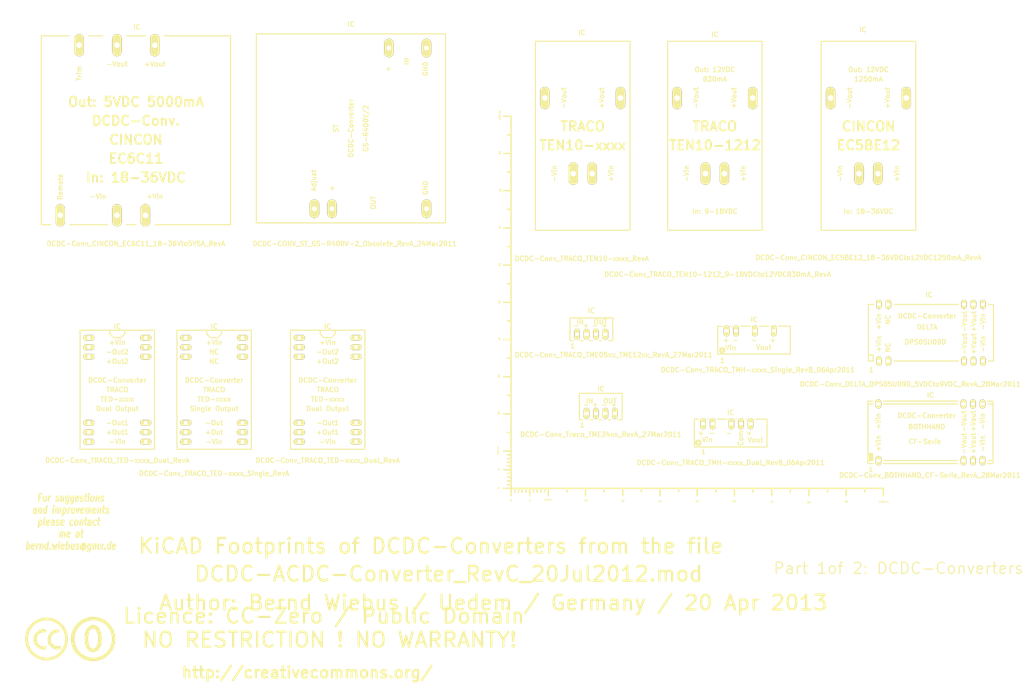
<source format=kicad_pcb>
(kicad_pcb (version 3) (host pcbnew "(2013-03-30 BZR 4007)-stable")

  (general
    (links 0)
    (no_connects 0)
    (area -15.90696 14.10716 290.364333 196.9)
    (thickness 1.6002)
    (drawings 32)
    (tracks 0)
    (zones 0)
    (modules 17)
    (nets 1)
  )

  (page A4)
  (layers
    (15 Vorderseite signal)
    (0 Rückseite signal)
    (16 B.Adhes user)
    (17 F.Adhes user)
    (18 B.Paste user)
    (19 F.Paste user)
    (20 B.SilkS user)
    (21 F.SilkS user)
    (22 B.Mask user)
    (23 F.Mask user)
    (24 Dwgs.User user)
    (25 Cmts.User user)
    (26 Eco1.User user)
    (27 Eco2.User user)
    (28 Edge.Cuts user)
  )

  (setup
    (last_trace_width 0.2032)
    (trace_clearance 0.254)
    (zone_clearance 0.508)
    (zone_45_only no)
    (trace_min 0.2032)
    (segment_width 0.381)
    (edge_width 0.381)
    (via_size 0.889)
    (via_drill 0.635)
    (via_min_size 0.889)
    (via_min_drill 0.508)
    (uvia_size 0.508)
    (uvia_drill 0.127)
    (uvias_allowed no)
    (uvia_min_size 0.508)
    (uvia_min_drill 0.127)
    (pcb_text_width 0.3048)
    (pcb_text_size 1.524 2.032)
    (mod_edge_width 0.381)
    (mod_text_size 1.524 1.524)
    (mod_text_width 0.3048)
    (pad_size 1.524 1.524)
    (pad_drill 0.8128)
    (pad_to_mask_clearance 0.254)
    (aux_axis_origin 0 0)
    (visible_elements 7FFFFFFF)
    (pcbplotparams
      (layerselection 3178497)
      (usegerberextensions true)
      (excludeedgelayer true)
      (linewidth 60)
      (plotframeref false)
      (viasonmask false)
      (mode 1)
      (useauxorigin false)
      (hpglpennumber 1)
      (hpglpenspeed 20)
      (hpglpendiameter 15)
      (hpglpenoverlay 0)
      (psnegative false)
      (psa4output false)
      (plotreference true)
      (plotvalue true)
      (plotothertext true)
      (plotinvisibletext false)
      (padsonsilk false)
      (subtractmaskfromsilk false)
      (outputformat 1)
      (mirror false)
      (drillshape 1)
      (scaleselection 1)
      (outputdirectory ""))
  )

  (net 0 "")

  (net_class Default "Dies ist die voreingestellte Netzklasse."
    (clearance 0.254)
    (trace_width 0.2032)
    (via_dia 0.889)
    (via_drill 0.635)
    (uvia_dia 0.508)
    (uvia_drill 0.127)
    (add_net "")
  )

  (module Gauge_100mm_Type2_SilkScreenTop_RevA_Date22Jun2010 (layer Vorderseite) (tedit 4C20E30C) (tstamp 4D88F07A)
    (at 146.75104 145.00098)
    (descr "Gauge, Massstab, 100mm, SilkScreenTop, Type 2,")
    (tags "Gauge, Massstab, 100mm, SilkScreenTop, Type 2,")
    (path Gauge_100mm_Type2_SilkScreenTop_RevA_Date22Jun2010)
    (fp_text reference MSC (at 4.0005 8.99922) (layer F.SilkS) hide
      (effects (font (size 1.524 1.524) (thickness 0.3048)))
    )
    (fp_text value Gauge_100mm_Type2_SilkScreenTop_RevA_Date22Jun2010 (at 45.9994 8.99922) (layer F.SilkS) hide
      (effects (font (size 1.524 1.524) (thickness 0.3048)))
    )
    (fp_text user 10mm (at 10.00506 3.0988) (layer F.SilkS)
      (effects (font (size 0.50038 0.50038) (thickness 0.09906)))
    )
    (fp_text user 0 (at 0.00508 3.19786) (layer F.SilkS)
      (effects (font (size 0.50038 0.50038) (thickness 0.09906)))
    )
    (fp_text user 5 (at 5.0038 3.29946) (layer F.SilkS)
      (effects (font (size 0.50038 0.50038) (thickness 0.09906)))
    )
    (fp_text user 20 (at 20.1041 3.29946) (layer F.SilkS)
      (effects (font (size 0.50038 0.50038) (thickness 0.09906)))
    )
    (fp_text user 30 (at 30.00502 3.39852) (layer F.SilkS)
      (effects (font (size 0.50038 0.50038) (thickness 0.09906)))
    )
    (fp_text user 40 (at 40.005 3.50012) (layer F.SilkS)
      (effects (font (size 0.50038 0.50038) (thickness 0.09906)))
    )
    (fp_text user 50 (at 50.00498 3.50012) (layer F.SilkS)
      (effects (font (size 0.50038 0.50038) (thickness 0.09906)))
    )
    (fp_text user 60 (at 60.00496 3.50012) (layer F.SilkS)
      (effects (font (size 0.50038 0.50038) (thickness 0.09906)))
    )
    (fp_text user 70 (at 70.00494 3.70078) (layer F.SilkS)
      (effects (font (size 0.50038 0.50038) (thickness 0.09906)))
    )
    (fp_text user 80 (at 80.00492 3.79984) (layer F.SilkS)
      (effects (font (size 0.50038 0.50038) (thickness 0.09906)))
    )
    (fp_text user 90 (at 90.1065 3.60172) (layer F.SilkS)
      (effects (font (size 0.50038 0.50038) (thickness 0.09906)))
    )
    (fp_text user 100mm (at 100.10648 3.60172) (layer F.SilkS)
      (effects (font (size 0.50038 0.50038) (thickness 0.09906)))
    )
    (fp_line (start 0 -8.99922) (end -1.00076 -8.99922) (layer F.SilkS) (width 0.381))
    (fp_line (start 0 -8.001) (end -1.00076 -8.001) (layer F.SilkS) (width 0.381))
    (fp_line (start 0 -7.00024) (end -1.00076 -7.00024) (layer F.SilkS) (width 0.381))
    (fp_line (start 0 -5.99948) (end -1.00076 -5.99948) (layer F.SilkS) (width 0.381))
    (fp_line (start 0 -4.0005) (end -1.00076 -4.0005) (layer F.SilkS) (width 0.381))
    (fp_line (start 0 -2.99974) (end -1.00076 -2.99974) (layer F.SilkS) (width 0.381))
    (fp_line (start 0 -1.99898) (end -1.00076 -1.99898) (layer F.SilkS) (width 0.381))
    (fp_line (start 0 -1.00076) (end -1.00076 -1.00076) (layer F.SilkS) (width 0.381))
    (fp_line (start 0 0) (end -1.99898 0) (layer F.SilkS) (width 0.381))
    (fp_line (start 0 -5.00126) (end -1.99898 -5.00126) (layer F.SilkS) (width 0.381))
    (fp_line (start 0 -9.99998) (end -1.99898 -9.99998) (layer F.SilkS) (width 0.381))
    (fp_line (start 0 -15.00124) (end -1.00076 -15.00124) (layer F.SilkS) (width 0.381))
    (fp_line (start 0 -19.99996) (end -1.99898 -19.99996) (layer F.SilkS) (width 0.381))
    (fp_line (start 0 -25.00122) (end -1.00076 -25.00122) (layer F.SilkS) (width 0.381))
    (fp_line (start 0 -29.99994) (end -1.99898 -29.99994) (layer F.SilkS) (width 0.381))
    (fp_line (start 0 -35.0012) (end -1.00076 -35.0012) (layer F.SilkS) (width 0.381))
    (fp_line (start 0 -39.99992) (end -1.99898 -39.99992) (layer F.SilkS) (width 0.381))
    (fp_line (start 0 -45.00118) (end -1.00076 -45.00118) (layer F.SilkS) (width 0.381))
    (fp_line (start 0 -49.9999) (end -1.99898 -49.9999) (layer F.SilkS) (width 0.381))
    (fp_line (start 0 -55.00116) (end -1.00076 -55.00116) (layer F.SilkS) (width 0.381))
    (fp_line (start 0 -59.99988) (end -1.99898 -59.99988) (layer F.SilkS) (width 0.381))
    (fp_line (start 0 -65.00114) (end -1.00076 -65.00114) (layer F.SilkS) (width 0.381))
    (fp_line (start 0 -69.99986) (end -1.99898 -69.99986) (layer F.SilkS) (width 0.381))
    (fp_line (start 0 -75.00112) (end -1.00076 -75.00112) (layer F.SilkS) (width 0.381))
    (fp_line (start 0 -79.99984) (end -1.99898 -79.99984) (layer F.SilkS) (width 0.381))
    (fp_line (start 0 -85.0011) (end -1.00076 -85.0011) (layer F.SilkS) (width 0.381))
    (fp_line (start 0 -89.99982) (end -1.99898 -89.99982) (layer F.SilkS) (width 0.381))
    (fp_line (start 0 -95.00108) (end -1.00076 -95.00108) (layer F.SilkS) (width 0.381))
    (fp_line (start 0 0) (end 0 -99.9998) (layer F.SilkS) (width 0.381))
    (fp_line (start 0 -99.9998) (end -1.99898 -99.9998) (layer F.SilkS) (width 0.381))
    (fp_text user 100mm (at -2.99974 -100.20554 90) (layer F.SilkS)
      (effects (font (size 0.50038 0.50038) (thickness 0.09906)))
    )
    (fp_text user 90 (at -2.99974 -90.20556 90) (layer F.SilkS)
      (effects (font (size 0.50038 0.50038) (thickness 0.09906)))
    )
    (fp_text user 80 (at -2.80162 -80.10398 90) (layer F.SilkS)
      (effects (font (size 0.50038 0.50038) (thickness 0.09906)))
    )
    (fp_text user 70 (at -2.90068 -70.104 90) (layer F.SilkS)
      (effects (font (size 0.50038 0.50038) (thickness 0.09906)))
    )
    (fp_text user 60 (at -3.10134 -60.10402 90) (layer F.SilkS)
      (effects (font (size 0.50038 0.50038) (thickness 0.09906)))
    )
    (fp_text user 50 (at -3.10134 -50.10404 90) (layer F.SilkS)
      (effects (font (size 0.50038 0.50038) (thickness 0.09906)))
    )
    (fp_text user 40 (at -3.10134 -40.10406 90) (layer F.SilkS)
      (effects (font (size 0.50038 0.50038) (thickness 0.09906)))
    )
    (fp_text user 30 (at -3.20294 -30.10408 90) (layer F.SilkS)
      (effects (font (size 0.50038 0.50038) (thickness 0.09906)))
    )
    (fp_text user 20 (at -3.302 -20.20316 90) (layer F.SilkS)
      (effects (font (size 0.50038 0.50038) (thickness 0.09906)))
    )
    (fp_line (start 95.00108 0) (end 95.00108 1.00076) (layer F.SilkS) (width 0.381))
    (fp_line (start 89.99982 0) (end 89.99982 1.99898) (layer F.SilkS) (width 0.381))
    (fp_line (start 85.0011 0) (end 85.0011 1.00076) (layer F.SilkS) (width 0.381))
    (fp_line (start 79.99984 0) (end 79.99984 1.99898) (layer F.SilkS) (width 0.381))
    (fp_line (start 75.00112 0) (end 75.00112 1.00076) (layer F.SilkS) (width 0.381))
    (fp_line (start 69.99986 0) (end 69.99986 1.99898) (layer F.SilkS) (width 0.381))
    (fp_line (start 65.00114 0) (end 65.00114 1.00076) (layer F.SilkS) (width 0.381))
    (fp_line (start 59.99988 0) (end 59.99988 1.99898) (layer F.SilkS) (width 0.381))
    (fp_line (start 55.00116 0) (end 55.00116 1.00076) (layer F.SilkS) (width 0.381))
    (fp_line (start 49.9999 0) (end 49.9999 1.99898) (layer F.SilkS) (width 0.381))
    (fp_line (start 45.00118 0) (end 45.00118 1.00076) (layer F.SilkS) (width 0.381))
    (fp_line (start 39.99992 0) (end 39.99992 1.99898) (layer F.SilkS) (width 0.381))
    (fp_line (start 35.0012 0) (end 35.0012 1.00076) (layer F.SilkS) (width 0.381))
    (fp_line (start 29.99994 0) (end 29.99994 1.99898) (layer F.SilkS) (width 0.381))
    (fp_line (start 25.00122 0) (end 25.00122 1.00076) (layer F.SilkS) (width 0.381))
    (fp_line (start 19.99996 0) (end 19.99996 1.99898) (layer F.SilkS) (width 0.381))
    (fp_line (start 15.00124 0) (end 15.00124 1.00076) (layer F.SilkS) (width 0.381))
    (fp_line (start 9.99998 0) (end 99.9998 0) (layer F.SilkS) (width 0.381))
    (fp_line (start 99.9998 0) (end 99.9998 1.99898) (layer F.SilkS) (width 0.381))
    (fp_text user 5 (at -3.302 -5.10286 90) (layer F.SilkS)
      (effects (font (size 0.50038 0.50038) (thickness 0.09906)))
    )
    (fp_text user 0 (at -3.4036 -0.10414 90) (layer F.SilkS)
      (effects (font (size 0.50038 0.50038) (thickness 0.09906)))
    )
    (fp_text user 10mm (at -3.50266 -10.10412 90) (layer F.SilkS)
      (effects (font (size 0.50038 0.50038) (thickness 0.09906)))
    )
    (fp_line (start 8.99922 0) (end 8.99922 1.00076) (layer F.SilkS) (width 0.381))
    (fp_line (start 8.001 0) (end 8.001 1.00076) (layer F.SilkS) (width 0.381))
    (fp_line (start 7.00024 0) (end 7.00024 1.00076) (layer F.SilkS) (width 0.381))
    (fp_line (start 5.99948 0) (end 5.99948 1.00076) (layer F.SilkS) (width 0.381))
    (fp_line (start 4.0005 0) (end 4.0005 1.00076) (layer F.SilkS) (width 0.381))
    (fp_line (start 2.99974 0) (end 2.99974 1.00076) (layer F.SilkS) (width 0.381))
    (fp_line (start 1.99898 0) (end 1.99898 1.00076) (layer F.SilkS) (width 0.381))
    (fp_line (start 1.00076 0) (end 1.00076 1.00076) (layer F.SilkS) (width 0.381))
    (fp_line (start 5.00126 0) (end 5.00126 1.99898) (layer F.SilkS) (width 0.381))
    (fp_line (start 0 0) (end 0 1.99898) (layer F.SilkS) (width 0.381))
    (fp_line (start 0 0) (end 9.99998 0) (layer F.SilkS) (width 0.381))
    (fp_line (start 9.99998 0) (end 9.99998 1.99898) (layer F.SilkS) (width 0.381))
  )

  (module DCDC-Conv_CINCON_EC5BE12_18-36VDCto12VDC1250mA_RevA (layer Vorderseite) (tedit 4D8FBC8E) (tstamp 4D8A7F2E)
    (at 242.75034 50.24882)
    (descr "DCDC-Converter, CINCON, EC5BE12, 18-36VDC to 12VDC 1250mA, RevA")
    (tags "DCDC-Converter, CINCON, EC5BE12, 18-36VDC to 12VDC 1250mA, RevA")
    (path DCDC-Conv_CINCON_EC5BE12_18-36VDCto12VDC1250mA_RevA)
    (fp_text reference IC (at -1.4986 -28.50134) (layer F.SilkS)
      (effects (font (size 1.27 1.27) (thickness 0.254)))
    )
    (fp_text value DCDC-Conv_CINCON_EC5BE12_18-36VDCto12VDC1250mA_RevA (at 0 32.75076) (layer F.SilkS)
      (effects (font (size 1.27 1.27) (thickness 0.254)))
    )
    (fp_text user "In: 18-36VDC" (at 0 20.32) (layer F.SilkS)
      (effects (font (size 1.27 1.27) (thickness 0.254)))
    )
    (fp_text user 1250mA (at 0 -15.24) (layer F.SilkS)
      (effects (font (size 1.27 1.27) (thickness 0.254)))
    )
    (fp_text user "Out: 12VDC" (at 0 -17.78) (layer F.SilkS)
      (effects (font (size 1.27 1.27) (thickness 0.254)))
    )
    (fp_text user EC5BE12 (at 0 2.54) (layer F.SilkS)
      (effects (font (size 2.54 2.54) (thickness 0.508)))
    )
    (fp_text user CINCON (at 0 -2.54) (layer F.SilkS)
      (effects (font (size 2.54 2.54) (thickness 0.508)))
    )
    (fp_text user -Vout (at -5.08 -10.16 90) (layer F.SilkS)
      (effects (font (size 1.27 1.27) (thickness 0.254)))
    )
    (fp_text user +Vout (at 5.08 -10.16 90) (layer F.SilkS)
      (effects (font (size 1.27 1.27) (thickness 0.254)))
    )
    (fp_text user -Vin (at -7.62 10.16 90) (layer F.SilkS)
      (effects (font (size 1.27 1.27) (thickness 0.254)))
    )
    (fp_text user +Vin (at 7.62 10.16 90) (layer F.SilkS)
      (effects (font (size 1.27 1.27) (thickness 0.254)))
    )
    (fp_line (start 0 25.4) (end 12.7 25.4) (layer F.SilkS) (width 0.3048))
    (fp_line (start 12.7 25.4) (end 12.7 -25.4) (layer F.SilkS) (width 0.3048))
    (fp_line (start 12.7 -25.4) (end -12.7 -25.4) (layer F.SilkS) (width 0.3048))
    (fp_line (start -12.7 -25.4) (end -12.7 25.4) (layer F.SilkS) (width 0.3048))
    (fp_line (start -12.7 25.4) (end 0 25.4) (layer F.SilkS) (width 0.3048))
    (pad 1 thru_hole oval (at 2.54 10.16) (size 2.54 5.9944) (drill 1.524)
      (layers *.Cu *.Mask F.SilkS)
    )
    (pad 2 thru_hole oval (at -2.54 10.16) (size 2.54 5.9944) (drill 1.524)
      (layers *.Cu *.Mask F.SilkS)
    )
    (pad 3 thru_hole oval (at 10.16 -10.16) (size 2.54 5.9944) (drill 1.524)
      (layers *.Cu *.Mask F.SilkS)
    )
    (pad 5 thru_hole oval (at -10.16 -10.16) (size 2.54 5.9944) (drill 1.524)
      (layers *.Cu *.Mask F.SilkS)
    )
  )

  (module DCDC-CONV_ST_GS-R400V-2_Obsolete_RevA_24Mar2011 (layer Vorderseite) (tedit 4D8FBAFB) (tstamp 4D8FB945)
    (at 103.74884 48.24984)
    (descr "DCDC-Converter,  ST, GS-R400V/2, Obsolete, RevA, 24Mar2011,")
    (tags "DCDC-Converter,  ST, GS-R400V/2, Obsolete, RevA, 24Mar2011,")
    (path DCDC-CONV_ST_GS-R400V-2_Obsolete_RevA_24Mar2011)
    (fp_text reference IC (at 0 -28.00096) (layer F.SilkS)
      (effects (font (size 1.27 1.27) (thickness 0.254)))
    )
    (fp_text value DCDC-CONV_ST_GS-R400V-2_Obsolete_RevA_24Mar2011 (at 1.00076 31.0007) (layer F.SilkS)
      (effects (font (size 1.27 1.27) (thickness 0.254)))
    )
    (fp_text user GS-R400V/2 (at 4.0005 0 90) (layer F.SilkS)
      (effects (font (size 1.27 1.27) (thickness 0.254)))
    )
    (fp_text user DCDC-Converter (at 0 0 90) (layer F.SilkS)
      (effects (font (size 1.27 1.27) (thickness 0.254)))
    )
    (fp_text user ST (at -4.0005 0 90) (layer F.SilkS)
      (effects (font (size 1.27 1.27) (thickness 0.254)))
    )
    (fp_text user Adjust (at -9.99998 14.00048 90) (layer F.SilkS)
      (effects (font (size 1.27 1.27) (thickness 0.254)))
    )
    (fp_text user + (at -5.00126 15.99946) (layer F.SilkS)
      (effects (font (size 1.27 1.27) (thickness 0.254)))
    )
    (fp_text user OUT (at 5.99948 19.99996 90) (layer F.SilkS)
      (effects (font (size 1.27 1.27) (thickness 0.254)))
    )
    (fp_text user GND (at 19.99996 15.99946 90) (layer F.SilkS)
      (effects (font (size 1.27 1.27) (thickness 0.254)))
    )
    (fp_text user GND (at 19.99996 -15.99946 90) (layer F.SilkS)
      (effects (font (size 1.27 1.27) (thickness 0.254)))
    )
    (fp_text user + (at 9.99998 -15.99946 90) (layer F.SilkS)
      (effects (font (size 1.27 1.27) (thickness 0.254)))
    )
    (fp_text user IN (at 15.00124 -18.00098 90) (layer F.SilkS)
      (effects (font (size 1.27 1.27) (thickness 0.254)))
    )
    (fp_line (start 0 25.4) (end 25.4 25.4) (layer F.SilkS) (width 0.3048))
    (fp_line (start 25.4 25.4) (end 25.4 -25.4) (layer F.SilkS) (width 0.3048))
    (fp_line (start 25.4 -25.4) (end -25.4 -25.4) (layer F.SilkS) (width 0.3048))
    (fp_line (start -25.4 -25.4) (end -25.4 25.4) (layer F.SilkS) (width 0.3048))
    (fp_line (start -25.4 25.4) (end 0 25.4) (layer F.SilkS) (width 0.3048))
    (pad 2 thru_hole oval (at 20.29968 -21.60016) (size 2.54 5.00126) (drill 1.30048)
      (layers *.Cu *.Mask F.SilkS)
    )
    (pad 3 thru_hole oval (at 20.29968 21.60016) (size 2.54 5.00126) (drill 1.30048)
      (layers *.Cu *.Mask F.SilkS)
    )
    (pad 1 thru_hole oval (at 10.20064 -21.60016) (size 2.54 5.00126) (drill 1.30048)
      (layers *.Cu *.Mask F.SilkS)
    )
    (pad 4 thru_hole oval (at -5.10032 21.60016) (size 2.54 5.00126) (drill 1.30048)
      (layers *.Cu *.Mask F.SilkS)
    )
    (pad 5 thru_hole oval (at -9.79932 21.60016) (size 2.54 5.00126) (drill 1.30048)
      (layers *.Cu *.Mask F.SilkS)
    )
  )

  (module DCDC-Conv_TRACO_TED-xxxx_Dual_RevA (layer Vorderseite) (tedit 4D8FBB35) (tstamp 4D8FB961)
    (at 41.00068 118.49862)
    (descr "DCDC-Converter, TRACO, TED-xxxx, Dual output, generic, RevA")
    (tags "DCDC-Converter, TRACO, TED-xxxx, Dual output, generic, RevA")
    (path DCDC-Conv_TRACO_TED-xxxx_Dual_RevA)
    (fp_text reference IC (at 0 -17.00022) (layer F.SilkS)
      (effects (font (size 1.27 1.27) (thickness 0.254)))
    )
    (fp_text value DCDC-Conv_TRACO_TED-xxxx_Dual_RevA (at 0 18.9992) (layer F.SilkS)
      (effects (font (size 1.27 1.27) (thickness 0.254)))
    )
    (fp_text user "Dual Output" (at 0 5.08) (layer F.SilkS)
      (effects (font (size 1.27 1.27) (thickness 0.254)))
    )
    (fp_text user -Out1 (at 0 8.89) (layer F.SilkS)
      (effects (font (size 1.27 1.27) (thickness 0.254)))
    )
    (fp_text user +Out1 (at 0 11.43) (layer F.SilkS)
      (effects (font (size 1.27 1.27) (thickness 0.254)))
    )
    (fp_text user -Vin (at 0 13.97) (layer F.SilkS)
      (effects (font (size 1.27 1.27) (thickness 0.254)))
    )
    (fp_text user +Out2 (at 0 -7.62) (layer F.SilkS)
      (effects (font (size 1.27 1.27) (thickness 0.254)))
    )
    (fp_text user -Out2 (at 0 -10.16) (layer F.SilkS)
      (effects (font (size 1.27 1.27) (thickness 0.254)))
    )
    (fp_text user +Vin (at 0 -12.7) (layer F.SilkS)
      (effects (font (size 1.27 1.27) (thickness 0.254)))
    )
    (fp_text user TED-xxxx (at 0 2.54) (layer F.SilkS)
      (effects (font (size 1.27 1.27) (thickness 0.254)))
    )
    (fp_text user TRACO (at 0 0) (layer F.SilkS)
      (effects (font (size 1.27 1.27) (thickness 0.254)))
    )
    (fp_text user DCDC-Converter (at 0 -2.54) (layer F.SilkS)
      (effects (font (size 1.27 1.27) (thickness 0.254)))
    )
    (fp_line (start -1.99898 -15.99946) (end -1.99898 -15.00124) (layer F.SilkS) (width 0.3048))
    (fp_line (start -1.99898 -15.00124) (end -1.00076 -14.00048) (layer F.SilkS) (width 0.3048))
    (fp_line (start -1.00076 -14.00048) (end 1.00076 -14.00048) (layer F.SilkS) (width 0.3048))
    (fp_line (start 1.00076 -14.00048) (end 1.99898 -15.00124) (layer F.SilkS) (width 0.3048))
    (fp_line (start 1.99898 -15.00124) (end 1.99898 -15.99946) (layer F.SilkS) (width 0.3048))
    (fp_line (start 9.99998 15.99946) (end 9.99998 -15.99946) (layer F.SilkS) (width 0.3048))
    (fp_line (start 9.99998 -15.99946) (end -9.99998 -15.99946) (layer F.SilkS) (width 0.3048))
    (fp_line (start -9.99998 -15.99946) (end -9.99998 15.99946) (layer F.SilkS) (width 0.3048))
    (fp_line (start -9.99998 15.99946) (end 9.99998 15.99946) (layer F.SilkS) (width 0.3048))
    (pad 1 thru_hole oval (at -7.62 -13.97) (size 2.99974 1.50114) (drill 1.00076)
      (layers *.Cu *.Mask F.SilkS)
    )
    (pad 2 thru_hole oval (at -7.62 -11.43) (size 2.99974 1.50114) (drill 1.00076)
      (layers *.Cu *.Mask F.SilkS)
    )
    (pad 3 thru_hole oval (at -7.62 -8.89) (size 2.99974 1.50114) (drill 1.00076)
      (layers *.Cu *.Mask F.SilkS)
    )
    (pad 10 thru_hole oval (at -7.62 8.89) (size 2.99974 1.50114) (drill 1.00076)
      (layers *.Cu *.Mask F.SilkS)
    )
    (pad 11 thru_hole oval (at -7.62 11.43) (size 2.99974 1.50114) (drill 1.00076)
      (layers *.Cu *.Mask F.SilkS)
    )
    (pad 12 thru_hole oval (at -7.62 13.97) (size 2.99974 1.50114) (drill 1.00076)
      (layers *.Cu *.Mask F.SilkS)
    )
    (pad 13 thru_hole oval (at 7.62 13.97) (size 2.99974 1.50114) (drill 1.00076)
      (layers *.Cu *.Mask F.SilkS)
    )
    (pad 14 thru_hole oval (at 7.62 11.43) (size 2.99974 1.50114) (drill 1.00076)
      (layers *.Cu *.Mask F.SilkS)
    )
    (pad 15 thru_hole oval (at 7.62 8.89) (size 2.99974 1.50114) (drill 1.00076)
      (layers *.Cu *.Mask F.SilkS)
    )
    (pad 22 thru_hole oval (at 7.62 -8.89) (size 2.99974 1.50114) (drill 1.00076)
      (layers *.Cu *.Mask F.SilkS)
    )
    (pad 23 thru_hole oval (at 7.62 -11.43) (size 2.99974 1.50114) (drill 1.00076)
      (layers *.Cu *.Mask F.SilkS)
    )
    (pad 24 thru_hole oval (at 7.62 -13.97) (size 2.99974 1.50114) (drill 1.00076)
      (layers *.Cu *.Mask F.SilkS)
    )
  )

  (module DCDC-Conv_TRACO_TED-xxxx_Single_RevA (layer Vorderseite) (tedit 4D8FBE7D) (tstamp 4D8FB96C)
    (at 67.00012 118.50116)
    (descr "DCDC-Converter, TRACO, TED-xxxx, Single output, generic, RevA")
    (tags "DCDC-Converter, TRACO, TED-xxxx, Single output, generic, RevA")
    (path DCDC-Conv_TRACO_TED-xxxx_Single_RevA)
    (fp_text reference IC (at 0 -17.00022) (layer F.SilkS)
      (effects (font (size 1.27 1.27) (thickness 0.254)))
    )
    (fp_text value DCDC-Conv_TRACO_TED-xxxx_Single_RevA (at 0 22.49932) (layer F.SilkS)
      (effects (font (size 1.27 1.27) (thickness 0.254)))
    )
    (fp_text user "Single Output" (at 0 5.08) (layer F.SilkS)
      (effects (font (size 1.27 1.27) (thickness 0.254)))
    )
    (fp_text user -Out (at 0 8.89) (layer F.SilkS)
      (effects (font (size 1.27 1.27) (thickness 0.254)))
    )
    (fp_text user +Out (at 0 11.43) (layer F.SilkS)
      (effects (font (size 1.27 1.27) (thickness 0.254)))
    )
    (fp_text user -Vin (at 0 13.97) (layer F.SilkS)
      (effects (font (size 1.27 1.27) (thickness 0.254)))
    )
    (fp_text user NC (at 0 -7.62) (layer F.SilkS)
      (effects (font (size 1.27 1.27) (thickness 0.254)))
    )
    (fp_text user NC (at 0 -10.16) (layer F.SilkS)
      (effects (font (size 1.27 1.27) (thickness 0.254)))
    )
    (fp_text user +Vin (at 0 -12.7) (layer F.SilkS)
      (effects (font (size 1.27 1.27) (thickness 0.254)))
    )
    (fp_text user TED-xxxx (at 0 2.54) (layer F.SilkS)
      (effects (font (size 1.27 1.27) (thickness 0.254)))
    )
    (fp_text user TRACO (at 0 0) (layer F.SilkS)
      (effects (font (size 1.27 1.27) (thickness 0.254)))
    )
    (fp_text user DCDC-Converter (at 0 -2.54) (layer F.SilkS)
      (effects (font (size 1.27 1.27) (thickness 0.254)))
    )
    (fp_line (start -1.99898 -15.99946) (end -1.99898 -15.00124) (layer F.SilkS) (width 0.3048))
    (fp_line (start -1.99898 -15.00124) (end -1.00076 -14.00048) (layer F.SilkS) (width 0.3048))
    (fp_line (start -1.00076 -14.00048) (end 1.00076 -14.00048) (layer F.SilkS) (width 0.3048))
    (fp_line (start 1.00076 -14.00048) (end 1.99898 -15.00124) (layer F.SilkS) (width 0.3048))
    (fp_line (start 1.99898 -15.00124) (end 1.99898 -15.99946) (layer F.SilkS) (width 0.3048))
    (fp_line (start 9.99998 15.99946) (end 9.99998 -15.99946) (layer F.SilkS) (width 0.3048))
    (fp_line (start 9.99998 -15.99946) (end -9.99998 -15.99946) (layer F.SilkS) (width 0.3048))
    (fp_line (start -9.99998 -15.99946) (end -9.99998 15.99946) (layer F.SilkS) (width 0.3048))
    (fp_line (start -9.99998 15.99946) (end 9.99998 15.99946) (layer F.SilkS) (width 0.3048))
    (pad 1 thru_hole oval (at -7.62 -13.97) (size 2.99974 1.50114) (drill 1.00076)
      (layers *.Cu *.Mask F.SilkS)
    )
    (pad 2 thru_hole oval (at -7.62 -11.43) (size 2.99974 1.50114) (drill 1.00076)
      (layers *.Cu *.Mask F.SilkS)
    )
    (pad 3 thru_hole oval (at -7.62 -8.89) (size 2.99974 1.50114) (drill 1.00076)
      (layers *.Cu *.Mask F.SilkS)
    )
    (pad 10 thru_hole oval (at -7.62 8.89) (size 2.99974 1.50114) (drill 1.00076)
      (layers *.Cu *.Mask F.SilkS)
    )
    (pad 11 thru_hole oval (at -7.62 11.43) (size 2.99974 1.50114) (drill 1.00076)
      (layers *.Cu *.Mask F.SilkS)
    )
    (pad 12 thru_hole oval (at -7.62 13.97) (size 2.99974 1.50114) (drill 1.00076)
      (layers *.Cu *.Mask F.SilkS)
    )
    (pad 13 thru_hole oval (at 7.62 13.97) (size 2.99974 1.50114) (drill 1.00076)
      (layers *.Cu *.Mask F.SilkS)
    )
    (pad 14 thru_hole oval (at 7.62 11.43) (size 2.99974 1.50114) (drill 1.00076)
      (layers *.Cu *.Mask F.SilkS)
    )
    (pad 15 thru_hole oval (at 7.62 8.89) (size 2.99974 1.50114) (drill 1.00076)
      (layers *.Cu *.Mask F.SilkS)
    )
    (pad 22 thru_hole oval (at 7.62 -8.89) (size 2.99974 1.50114) (drill 1.00076)
      (layers *.Cu *.Mask F.SilkS)
    )
    (pad 23 thru_hole oval (at 7.62 -11.43) (size 2.99974 1.50114) (drill 1.00076)
      (layers *.Cu *.Mask F.SilkS)
    )
    (pad 24 thru_hole oval (at 7.62 -13.97) (size 2.99974 1.50114) (drill 1.00076)
      (layers *.Cu *.Mask F.SilkS)
    )
  )

  (module DCDC-Conv_TRACO_TED-xxxx_Dual_RevA (layer Vorderseite) (tedit 4D8FBB49) (tstamp 4D8FB977)
    (at 97.50044 118.49862)
    (descr "DCDC-Converter, TRACO, TED-xxxx, Dual output, generic, RevA")
    (tags "DCDC-Converter, TRACO, TED-xxxx, Dual output, generic, RevA")
    (path DCDC-Conv_TRACO_TED-xxxx_Dual_RevA)
    (fp_text reference IC (at 0 -17.00022) (layer F.SilkS)
      (effects (font (size 1.27 1.27) (thickness 0.254)))
    )
    (fp_text value DCDC-Conv_TRACO_TED-xxxx_Dual_RevA (at 0 18.9992) (layer F.SilkS)
      (effects (font (size 1.27 1.27) (thickness 0.254)))
    )
    (fp_text user "Dual Output" (at 0 5.08) (layer F.SilkS)
      (effects (font (size 1.27 1.27) (thickness 0.254)))
    )
    (fp_text user -Out1 (at 0 8.89) (layer F.SilkS)
      (effects (font (size 1.27 1.27) (thickness 0.254)))
    )
    (fp_text user +Out1 (at 0 11.43) (layer F.SilkS)
      (effects (font (size 1.27 1.27) (thickness 0.254)))
    )
    (fp_text user -Vin (at 0 13.97) (layer F.SilkS)
      (effects (font (size 1.27 1.27) (thickness 0.254)))
    )
    (fp_text user +Out2 (at 0 -7.62) (layer F.SilkS)
      (effects (font (size 1.27 1.27) (thickness 0.254)))
    )
    (fp_text user -Out2 (at 0 -10.16) (layer F.SilkS)
      (effects (font (size 1.27 1.27) (thickness 0.254)))
    )
    (fp_text user +Vin (at 0 -12.7) (layer F.SilkS)
      (effects (font (size 1.27 1.27) (thickness 0.254)))
    )
    (fp_text user TED-xxxx (at 0 2.54) (layer F.SilkS)
      (effects (font (size 1.27 1.27) (thickness 0.254)))
    )
    (fp_text user TRACO (at 0 0) (layer F.SilkS)
      (effects (font (size 1.27 1.27) (thickness 0.254)))
    )
    (fp_text user DCDC-Converter (at 0 -2.54) (layer F.SilkS)
      (effects (font (size 1.27 1.27) (thickness 0.254)))
    )
    (fp_line (start -1.99898 -15.99946) (end -1.99898 -15.00124) (layer F.SilkS) (width 0.3048))
    (fp_line (start -1.99898 -15.00124) (end -1.00076 -14.00048) (layer F.SilkS) (width 0.3048))
    (fp_line (start -1.00076 -14.00048) (end 1.00076 -14.00048) (layer F.SilkS) (width 0.3048))
    (fp_line (start 1.00076 -14.00048) (end 1.99898 -15.00124) (layer F.SilkS) (width 0.3048))
    (fp_line (start 1.99898 -15.00124) (end 1.99898 -15.99946) (layer F.SilkS) (width 0.3048))
    (fp_line (start 9.99998 15.99946) (end 9.99998 -15.99946) (layer F.SilkS) (width 0.3048))
    (fp_line (start 9.99998 -15.99946) (end -9.99998 -15.99946) (layer F.SilkS) (width 0.3048))
    (fp_line (start -9.99998 -15.99946) (end -9.99998 15.99946) (layer F.SilkS) (width 0.3048))
    (fp_line (start -9.99998 15.99946) (end 9.99998 15.99946) (layer F.SilkS) (width 0.3048))
    (pad 1 thru_hole oval (at -7.62 -13.97) (size 2.99974 1.50114) (drill 1.00076)
      (layers *.Cu *.Mask F.SilkS)
    )
    (pad 2 thru_hole oval (at -7.62 -11.43) (size 2.99974 1.50114) (drill 1.00076)
      (layers *.Cu *.Mask F.SilkS)
    )
    (pad 3 thru_hole oval (at -7.62 -8.89) (size 2.99974 1.50114) (drill 1.00076)
      (layers *.Cu *.Mask F.SilkS)
    )
    (pad 10 thru_hole oval (at -7.62 8.89) (size 2.99974 1.50114) (drill 1.00076)
      (layers *.Cu *.Mask F.SilkS)
    )
    (pad 11 thru_hole oval (at -7.62 11.43) (size 2.99974 1.50114) (drill 1.00076)
      (layers *.Cu *.Mask F.SilkS)
    )
    (pad 12 thru_hole oval (at -7.62 13.97) (size 2.99974 1.50114) (drill 1.00076)
      (layers *.Cu *.Mask F.SilkS)
    )
    (pad 13 thru_hole oval (at 7.62 13.97) (size 2.99974 1.50114) (drill 1.00076)
      (layers *.Cu *.Mask F.SilkS)
    )
    (pad 14 thru_hole oval (at 7.62 11.43) (size 2.99974 1.50114) (drill 1.00076)
      (layers *.Cu *.Mask F.SilkS)
    )
    (pad 15 thru_hole oval (at 7.62 8.89) (size 2.99974 1.50114) (drill 1.00076)
      (layers *.Cu *.Mask F.SilkS)
    )
    (pad 22 thru_hole oval (at 7.62 -8.89) (size 2.99974 1.50114) (drill 1.00076)
      (layers *.Cu *.Mask F.SilkS)
    )
    (pad 23 thru_hole oval (at 7.62 -11.43) (size 2.99974 1.50114) (drill 1.00076)
      (layers *.Cu *.Mask F.SilkS)
    )
    (pad 24 thru_hole oval (at 7.62 -13.97) (size 2.99974 1.50114) (drill 1.00076)
      (layers *.Cu *.Mask F.SilkS)
    )
  )

  (module DCDC-Conv_TRACO_TEN10-1212_9-18VDCto12VDC830mA_RevA (layer Vorderseite) (tedit 4D8FBC97) (tstamp 4D8FB993)
    (at 201.50074 50.24882)
    (descr "DCDC-Converter, TRACO, TEN10-1212, 9-18VDC to 12VDC 830mA, RevA")
    (tags "DCDC-Converter, TRACO, TEN10-1212, 9-18VDC to 12VDC 830mA, RevA")
    (path DCDC-Conv_CINCON_EC5BE12_18-36VDCto12VDC1250mA_RevA)
    (fp_text reference IC (at 0 -27.24912) (layer F.SilkS)
      (effects (font (size 1.27 1.27) (thickness 0.254)))
    )
    (fp_text value DCDC-Conv_TRACO_TEN10-1212_9-18VDCto12VDC830mA_RevA (at 0.7493 37.25164) (layer F.SilkS)
      (effects (font (size 1.27 1.27) (thickness 0.254)))
    )
    (fp_text user "In: 9-18VDC" (at 0 20.32) (layer F.SilkS)
      (effects (font (size 1.27 1.27) (thickness 0.254)))
    )
    (fp_text user 830mA (at 0 -15.24) (layer F.SilkS)
      (effects (font (size 1.27 1.27) (thickness 0.254)))
    )
    (fp_text user "Out: 12VDC" (at 0 -17.78) (layer F.SilkS)
      (effects (font (size 1.27 1.27) (thickness 0.254)))
    )
    (fp_text user TEN10-1212 (at 0 2.54) (layer F.SilkS)
      (effects (font (size 2.54 2.54) (thickness 0.508)))
    )
    (fp_text user TRACO (at 0 -2.54) (layer F.SilkS)
      (effects (font (size 2.54 2.54) (thickness 0.508)))
    )
    (fp_text user -Vout (at -5.08 -10.16 90) (layer F.SilkS)
      (effects (font (size 1.27 1.27) (thickness 0.254)))
    )
    (fp_text user +Vout (at 5.08 -10.16 90) (layer F.SilkS)
      (effects (font (size 1.27 1.27) (thickness 0.254)))
    )
    (fp_text user -Vin (at -7.62 10.16 90) (layer F.SilkS)
      (effects (font (size 1.27 1.27) (thickness 0.254)))
    )
    (fp_text user +Vin (at 7.62 10.16 90) (layer F.SilkS)
      (effects (font (size 1.27 1.27) (thickness 0.254)))
    )
    (fp_line (start 0 25.4) (end 12.7 25.4) (layer F.SilkS) (width 0.3048))
    (fp_line (start 12.7 25.4) (end 12.7 -25.4) (layer F.SilkS) (width 0.3048))
    (fp_line (start 12.7 -25.4) (end -12.7 -25.4) (layer F.SilkS) (width 0.3048))
    (fp_line (start -12.7 -25.4) (end -12.7 25.4) (layer F.SilkS) (width 0.3048))
    (fp_line (start -12.7 25.4) (end 0 25.4) (layer F.SilkS) (width 0.3048))
    (pad 1 thru_hole oval (at 2.54 10.16) (size 2.54 5.9944) (drill 1.524)
      (layers *.Cu *.Mask F.SilkS)
    )
    (pad 2 thru_hole oval (at -2.54 10.16) (size 2.54 5.9944) (drill 1.524)
      (layers *.Cu *.Mask F.SilkS)
    )
    (pad 3 thru_hole oval (at 10.16 -10.16) (size 2.54 5.9944) (drill 1.524)
      (layers *.Cu *.Mask F.SilkS)
    )
    (pad 5 thru_hole oval (at -10.16 -10.16) (size 2.54 5.9944) (drill 1.524)
      (layers *.Cu *.Mask F.SilkS)
    )
  )

  (module DCDC-Conv_TRACO_TEN10-xxxx_RevA (layer Vorderseite) (tedit 4D8FBCA3) (tstamp 4D8FB9A3)
    (at 165.99916 50.24882)
    (descr "DCDC-Converter, TRACO, TEN10-xxxx, Generic, RevA")
    (tags "DCDC-Converter, TRACO, TEN10-xxxx, Generic, RevA")
    (path DCDC-Conv_CINCON_EC5BE12_18-36VDCto12VDC1250mA_RevA)
    (fp_text reference IC (at -0.24892 -27.7495) (layer F.SilkS)
      (effects (font (size 1.27 1.27) (thickness 0.254)))
    )
    (fp_text value DCDC-Conv_TRACO_TEN10-xxxx_RevA (at -0.24892 33.00222) (layer F.SilkS)
      (effects (font (size 1.27 1.27) (thickness 0.254)))
    )
    (fp_text user TEN10-xxxx (at 0 2.54) (layer F.SilkS)
      (effects (font (size 2.54 2.54) (thickness 0.508)))
    )
    (fp_text user TRACO (at 0 -2.54) (layer F.SilkS)
      (effects (font (size 2.54 2.54) (thickness 0.508)))
    )
    (fp_text user -Vout (at -5.08 -10.16 90) (layer F.SilkS)
      (effects (font (size 1.27 1.27) (thickness 0.254)))
    )
    (fp_text user +Vout (at 5.08 -10.16 90) (layer F.SilkS)
      (effects (font (size 1.27 1.27) (thickness 0.254)))
    )
    (fp_text user -Vin (at -7.62 10.16 90) (layer F.SilkS)
      (effects (font (size 1.27 1.27) (thickness 0.254)))
    )
    (fp_text user +Vin (at 7.62 10.16 90) (layer F.SilkS)
      (effects (font (size 1.27 1.27) (thickness 0.254)))
    )
    (fp_line (start 0 25.4) (end 12.7 25.4) (layer F.SilkS) (width 0.3048))
    (fp_line (start 12.7 25.4) (end 12.7 -25.4) (layer F.SilkS) (width 0.3048))
    (fp_line (start 12.7 -25.4) (end -12.7 -25.4) (layer F.SilkS) (width 0.3048))
    (fp_line (start -12.7 -25.4) (end -12.7 25.4) (layer F.SilkS) (width 0.3048))
    (fp_line (start -12.7 25.4) (end 0 25.4) (layer F.SilkS) (width 0.3048))
    (pad 1 thru_hole oval (at 2.54 10.16) (size 2.54 5.9944) (drill 1.524)
      (layers *.Cu *.Mask F.SilkS)
    )
    (pad 2 thru_hole oval (at -2.54 10.16) (size 2.54 5.9944) (drill 1.524)
      (layers *.Cu *.Mask F.SilkS)
    )
    (pad 3 thru_hole oval (at 10.16 -10.16) (size 2.54 5.9944) (drill 1.524)
      (layers *.Cu *.Mask F.SilkS)
    )
    (pad 5 thru_hole oval (at -10.16 -10.16) (size 2.54 5.9944) (drill 1.524)
      (layers *.Cu *.Mask F.SilkS)
    )
  )

  (module DCDC-Conv_TRACO_TME05xx_TME12xx_RevA_27Mar2011 (layer Vorderseite) (tedit 4DF7B0FE) (tstamp 4D8FB9B1)
    (at 168.3258 102.24008)
    (descr "DCDC-Converter, Traco, TME05xx, TME12xx, RevA, 27Mar2011,")
    (tags "DCDC-Converter, Traco, TME05xx, TME12xx, RevA, 27Mar2011,")
    (path DCDC-Conv_TRACO_TME05xx_TME12xx_RevA_27Mar2011)
    (fp_text reference IC (at 0 -5.00126) (layer F.SilkS)
      (effects (font (size 1.27 1.27) (thickness 0.254)))
    )
    (fp_text value DCDC-Conv_TRACO_TME05xx_TME12xx_RevA_27Mar2011 (at 5.95376 6.90118) (layer F.SilkS)
      (effects (font (size 1.27 1.27) (thickness 0.254)))
    )
    (fp_text user 1 (at -5.00126 4.50088) (layer F.SilkS)
      (effects (font (size 1.27 1.27) (thickness 0.254)))
    )
    (fp_line (start -4.84886 3.05054) (end -5.75056 3.05054) (layer F.SilkS) (width 0.3048))
    (fp_line (start -2.25044 3.05054) (end -2.99974 3.05054) (layer F.SilkS) (width 0.3048))
    (fp_line (start 0.29972 3.05054) (end -0.50038 3.05054) (layer F.SilkS) (width 0.3048))
    (fp_line (start 2.75082 3.05054) (end 2.10058 3.05054) (layer F.SilkS) (width 0.3048))
    (fp_line (start 5.75056 3.05054) (end 4.65074 3.05054) (layer F.SilkS) (width 0.3048))
    (fp_text user OUT (at 2.49936 -1.99898) (layer F.SilkS)
      (effects (font (size 1.27 1.27) (thickness 0.254)))
    )
    (fp_text user IN (at -2.99974 -1.99898) (layer F.SilkS)
      (effects (font (size 1.27 1.27) (thickness 0.254)))
    )
    (fp_text user + (at 3.50012 -1.00076) (layer F.SilkS)
      (effects (font (size 1.27 1.27) (thickness 0.254)))
    )
    (fp_text user + (at -1.50114 -1.00076) (layer F.SilkS)
      (effects (font (size 1.27 1.27) (thickness 0.254)))
    )
    (fp_text user - (at 1.00076 -1.00076) (layer F.SilkS)
      (effects (font (size 1.27 1.27) (thickness 0.254)))
    )
    (fp_text user - (at -4.0005 -1.00076) (layer F.SilkS)
      (effects (font (size 1.27 1.27) (thickness 0.254)))
    )
    (fp_line (start 5.75056 3.05054) (end 5.75056 -3.05054) (layer F.SilkS) (width 0.3048))
    (fp_line (start 5.75056 -3.05054) (end -5.75056 -3.05054) (layer F.SilkS) (width 0.3048))
    (fp_line (start -5.75056 -3.05054) (end -5.75056 3.05054) (layer F.SilkS) (width 0.3048))
    (pad 1 thru_hole oval (at -3.85064 1.34874) (size 1.50114 2.99974) (drill 1.00076)
      (layers *.Cu *.Mask F.SilkS)
    )
    (pad 2 thru_hole oval (at -1.31064 1.34874) (size 1.50114 2.99974) (drill 1.00076)
      (layers *.Cu *.Mask F.SilkS)
    )
    (pad 3 thru_hole oval (at 1.22936 1.34874) (size 1.50114 2.99974) (drill 1.00076)
      (layers *.Cu *.Mask F.SilkS)
    )
    (pad 4 thru_hole oval (at 3.76936 1.34874) (size 1.50114 2.99974) (drill 1.00076)
      (layers *.Cu *.Mask F.SilkS)
    )
  )

  (module DCDC-Conv_Traco_TME24xx_RevA_27Mar2011 (layer Vorderseite) (tedit 4D8FC1A4) (tstamp 4D8FB9C1)
    (at 170.85818 123.02236)
    (descr "DCDC-Converter, Traco, TME24xx,  RevA, 27Mar2011,")
    (tags "DCDC-Converter, Traco, TME24xx,  RevA, 27Mar2011,")
    (path DCDC-Conv_Traco_TME05xx_TME12xx_RevA_27Mar2011)
    (fp_text reference IC (at 0.00254 -4.75234) (layer F.SilkS)
      (effects (font (size 1.27 1.27) (thickness 0.254)))
    )
    (fp_text value DCDC-Conv_Traco_TME24xx_RevA_27Mar2011 (at 0 7.50062) (layer F.SilkS)
      (effects (font (size 1.27 1.27) (thickness 0.254)))
    )
    (fp_line (start 5.75056 -2.55016) (end 5.75056 -3.54838) (layer F.SilkS) (width 0.3048))
    (fp_line (start 5.75056 -3.54838) (end -5.75056 -3.54838) (layer F.SilkS) (width 0.3048))
    (fp_line (start -5.75056 -3.54838) (end -5.75056 -2.55016) (layer F.SilkS) (width 0.3048))
    (fp_text user 1 (at -5.00126 5.00126) (layer F.SilkS)
      (effects (font (size 1.27 1.27) (thickness 0.254)))
    )
    (fp_line (start -4.84886 3.55092) (end -5.75056 3.55092) (layer F.SilkS) (width 0.3048))
    (fp_line (start -2.25044 3.55092) (end -2.99974 3.55092) (layer F.SilkS) (width 0.3048))
    (fp_line (start 0.29972 3.55092) (end -0.50038 3.55092) (layer F.SilkS) (width 0.3048))
    (fp_line (start 2.75082 3.55092) (end 2.10058 3.55092) (layer F.SilkS) (width 0.3048))
    (fp_line (start 5.75056 3.55092) (end 4.65074 3.55092) (layer F.SilkS) (width 0.3048))
    (fp_text user OUT (at 2.49936 -1.4986) (layer F.SilkS)
      (effects (font (size 1.27 1.27) (thickness 0.254)))
    )
    (fp_text user IN (at -2.99974 -1.4986) (layer F.SilkS)
      (effects (font (size 1.27 1.27) (thickness 0.254)))
    )
    (fp_text user + (at 3.50012 -0.50038) (layer F.SilkS)
      (effects (font (size 1.27 1.27) (thickness 0.254)))
    )
    (fp_text user + (at -1.50114 -0.50038) (layer F.SilkS)
      (effects (font (size 1.27 1.27) (thickness 0.254)))
    )
    (fp_text user - (at 1.00076 -0.50038) (layer F.SilkS)
      (effects (font (size 1.27 1.27) (thickness 0.254)))
    )
    (fp_text user - (at -4.0005 -0.50038) (layer F.SilkS)
      (effects (font (size 1.27 1.27) (thickness 0.254)))
    )
    (fp_line (start 5.75056 3.55092) (end 5.75056 -2.55016) (layer F.SilkS) (width 0.3048))
    (fp_line (start -5.75056 -2.55016) (end -5.75056 3.55092) (layer F.SilkS) (width 0.3048))
    (pad 1 thru_hole oval (at -3.85064 1.84912) (size 1.50114 2.99974) (drill 1.00076)
      (layers *.Cu *.Mask F.SilkS)
    )
    (pad 2 thru_hole oval (at -1.31064 1.84912) (size 1.50114 2.99974) (drill 1.00076)
      (layers *.Cu *.Mask F.SilkS)
    )
    (pad 3 thru_hole oval (at 1.22936 1.84912) (size 1.50114 2.99974) (drill 1.00076)
      (layers *.Cu *.Mask F.SilkS)
    )
    (pad 4 thru_hole oval (at 3.76936 1.84912) (size 1.50114 2.99974) (drill 1.00076)
      (layers *.Cu *.Mask F.SilkS)
    )
  )

  (module DCDC-Conv_CINCON_EC6C11_18-36Vto5V5A_RevA (layer Vorderseite) (tedit 4D8FC086) (tstamp 4D8FBC27)
    (at 46.00194 48.75022)
    (descr "DCDC-Converter, CINCON, EC6C11, 18-36V to 5V 5A, RevA")
    (tags "DCDC-Converter, CINCON, EC6C11, 18-36V to 5V 5A, RevA")
    (path DCDC-Conv_CINCON_EC6C11_18-36Vto5V5A_RevA)
    (fp_text reference IC (at 0.24892 -27.7495) (layer F.SilkS)
      (effects (font (size 1.27 1.27) (thickness 0.254)))
    )
    (fp_text value DCDC-Conv_CINCON_EC6C11_18-36Vto5V5A_RevA (at 0 30.48) (layer F.SilkS)
      (effects (font (size 1.27 1.27) (thickness 0.254)))
    )
    (fp_line (start -22.86 25.4) (end -25.4 25.4) (layer F.SilkS) (width 0.3048))
    (fp_line (start -7.62 25.4) (end -17.78 25.4) (layer F.SilkS) (width 0.3048))
    (fp_line (start 0 25.4) (end -2.54 25.4) (layer F.SilkS) (width 0.3048))
    (fp_line (start 25.4 25.4) (end 5.08 25.4) (layer F.SilkS) (width 0.3048))
    (fp_line (start -17.78 -25.4) (end -25.4 -25.4) (layer F.SilkS) (width 0.3048))
    (fp_line (start -8.89 -25.4) (end -12.7 -25.4) (layer F.SilkS) (width 0.3048))
    (fp_line (start 2.54 -25.4) (end -2.54 -25.4) (layer F.SilkS) (width 0.3048))
    (fp_line (start 25.4 -25.4) (end 7.62 -25.4) (layer F.SilkS) (width 0.3048))
    (fp_text user +Vout (at 5.08 -17.78) (layer F.SilkS)
      (effects (font (size 1.27 1.27) (thickness 0.254)))
    )
    (fp_text user -Vout (at -5.08 -17.78) (layer F.SilkS)
      (effects (font (size 1.27 1.27) (thickness 0.254)))
    )
    (fp_text user Trim (at -15.24 -15.24 90) (layer F.SilkS)
      (effects (font (size 1.27 1.27) (thickness 0.254)))
    )
    (fp_text user +Vin (at 5.08 17.78) (layer F.SilkS)
      (effects (font (size 1.27 1.27) (thickness 0.254)))
    )
    (fp_text user -Vin (at -10.16 17.78) (layer F.SilkS)
      (effects (font (size 1.27 1.27) (thickness 0.254)))
    )
    (fp_text user Remote (at -20.32 15.24 90) (layer F.SilkS)
      (effects (font (size 1.27 1.27) (thickness 0.254)))
    )
    (fp_text user "In: 18-36VDC" (at 0 12.7) (layer F.SilkS)
      (effects (font (size 2.54 2.54) (thickness 0.508)))
    )
    (fp_text user "Out: 5VDC 5000mA" (at 0 -7.62) (layer F.SilkS)
      (effects (font (size 2.54 2.54) (thickness 0.508)))
    )
    (fp_text user EC6C11 (at 0 7.62) (layer F.SilkS)
      (effects (font (size 2.54 2.54) (thickness 0.508)))
    )
    (fp_text user CINCON (at 0 2.54) (layer F.SilkS)
      (effects (font (size 2.54 2.54) (thickness 0.508)))
    )
    (fp_text user DCDC-Conv. (at 0 -2.54) (layer F.SilkS)
      (effects (font (size 2.54 2.54) (thickness 0.508)))
    )
    (fp_line (start 25.4 -25.4) (end 25.4 25.4) (layer F.SilkS) (width 0.3048))
    (fp_line (start -25.4 25.4) (end -25.4 -25.4) (layer F.SilkS) (width 0.3048))
    (pad 1 thru_hole oval (at -20.32 22.86) (size 2.54 5.99948) (drill 1.524)
      (layers *.Cu *.Mask F.SilkS)
    )
    (pad 4 thru_hole oval (at 2.54 22.86) (size 2.54 5.99948) (drill 1.524)
      (layers *.Cu *.Mask F.SilkS)
    )
    (pad 3 thru_hole oval (at -5.08 22.86) (size 2.54 5.99948) (drill 1.524)
      (layers *.Cu *.Mask F.SilkS)
    )
    (pad 5 thru_hole oval (at -15.24 -22.86) (size 2.54 5.99948) (drill 1.524)
      (layers *.Cu *.Mask F.SilkS)
    )
    (pad 6 thru_hole oval (at -5.08 -22.86) (size 2.54 5.99948) (drill 1.524)
      (layers *.Cu *.Mask F.SilkS)
    )
    (pad 7 thru_hole oval (at 5.08 -22.86) (size 2.54 5.99948) (drill 1.524)
      (layers *.Cu *.Mask F.SilkS)
    )
  )

  (module DCDC-Conv_TRACO_TMH-xxxx_Dual_RevB_06Apr2011 (layer Vorderseite) (tedit 4D9B4A98) (tstamp 4D9B4A4F)
    (at 205.75016 130.1496)
    (descr "DCDC-Converter, TRACO, TMH-xxxx, Dual output, RevB, 06 Apr 2011")
    (tags "DCDC-Converter, TRACO, TMH-xxxx, Dual output, RevB, 06 Apr 2011")
    (path DCDC-Conv_TRACO_TMH-xxxx_Dual_RevB_06Apr2011)
    (fp_text reference IC (at 0 -5.4991) (layer F.SilkS)
      (effects (font (size 1.27 1.27) (thickness 0.254)))
    )
    (fp_text value DCDC-Conv_TRACO_TMH-xxxx_Dual_RevB_06Apr2011 (at 0 7.9502) (layer F.SilkS)
      (effects (font (size 1.27 1.27) (thickness 0.254)))
    )
    (fp_circle (center -8.6995 2.60096) (end -8.39978 2.90068) (layer F.SilkS) (width 0.3048))
    (fp_circle (center -8.6995 2.60096) (end -8.15086 3.0988) (layer F.SilkS) (width 0.3048))
    (fp_line (start -8.54964 -3.74904) (end -9.75106 -3.74904) (layer F.SilkS) (width 0.3048))
    (fp_line (start -5.95122 -3.74904) (end -6.20014 -3.74904) (layer F.SilkS) (width 0.3048))
    (fp_line (start -0.94996 -3.74904) (end -3.64998 -3.74904) (layer F.SilkS) (width 0.3048))
    (fp_line (start 1.5494 -3.74904) (end 1.30048 -3.74904) (layer F.SilkS) (width 0.3048))
    (fp_line (start 4.15036 -3.74904) (end 3.8989 -3.74904) (layer F.SilkS) (width 0.3048))
    (fp_line (start 9.75106 -3.74904) (end 6.49986 -3.74904) (layer F.SilkS) (width 0.3048))
    (fp_line (start -9.75106 3.74904) (end 9.75106 3.74904) (layer F.SilkS) (width 0.3048))
    (fp_text user 1 (at -7.29996 5.00126) (layer F.SilkS)
      (effects (font (size 1.27 1.27) (thickness 0.254)))
    )
    (fp_text user Vout (at 6.64972 1.84912) (layer F.SilkS)
      (effects (font (size 1.27 1.27) (thickness 0.254)))
    )
    (fp_text user Vin (at -6.2992 1.75006) (layer F.SilkS)
      (effects (font (size 1.27 1.27) (thickness 0.254)))
    )
    (fp_text user Com (at 2.70002 1.39954 90) (layer F.SilkS)
      (effects (font (size 1.27 1.27) (thickness 0.254)))
    )
    (fp_text user + (at 5.00126 0) (layer F.SilkS)
      (effects (font (size 1.27 1.27) (thickness 0.254)))
    )
    (fp_text user - (at -0.50038 0) (layer F.SilkS)
      (effects (font (size 1.27 1.27) (thickness 0.254)))
    )
    (fp_text user - (at -5.00126 0) (layer F.SilkS)
      (effects (font (size 1.27 1.27) (thickness 0.254)))
    )
    (fp_text user + (at -8.001 0) (layer F.SilkS)
      (effects (font (size 1.27 1.27) (thickness 0.254)))
    )
    (fp_line (start 9.75106 3.74904) (end 9.75106 -3.74904) (layer F.SilkS) (width 0.3048))
    (fp_line (start -9.75106 -3.74904) (end -9.75106 3.74904) (layer F.SilkS) (width 0.3048))
    (pad 1 thru_hole oval (at -7.39902 -2.49936) (size 1.50114 2.99974) (drill 1.00076)
      (layers *.Cu *.Mask F.SilkS)
    )
    (pad 2 thru_hole oval (at -4.84886 -2.49936) (size 1.50114 2.99974) (drill 1.00076)
      (layers *.Cu *.Mask F.SilkS)
    )
    (pad 4 thru_hole oval (at 0.20066 -2.49936) (size 1.50114 2.99974) (drill 1.00076)
      (layers *.Cu *.Mask F.SilkS)
    )
    (pad 5 thru_hole oval (at 2.75082 -2.49936) (size 1.50114 2.99974) (drill 1.00076)
      (layers *.Cu *.Mask F.SilkS)
    )
    (pad 6 thru_hole oval (at 5.30098 -2.49936) (size 1.50114 2.99974) (drill 1.00076)
      (layers *.Cu *.Mask F.SilkS)
    )
  )

  (module DCDC-Conv_TRACO_TMH-xxxx_Single_RevB_06Apr2011 (layer Vorderseite) (tedit 4D9B4B73) (tstamp 4D9B4B62)
    (at 212.02142 105.16108)
    (descr "DCDC-Converter, TRACO, TMH-xxxx, Single output, RevB, 06Apr2011")
    (tags "DCDC-Converter, TRACO, TMH-xxxx, Single output, RevB, 06Apr2011")
    (path DCDC-Conv_TRACO_TMH-xxxx_Single_RevB_06Apr2011)
    (fp_text reference IC (at 0 -5.4991) (layer F.SilkS)
      (effects (font (size 1.27 1.27) (thickness 0.254)))
    )
    (fp_text value DCDC-Conv_TRACO_TMH-xxxx_Single_RevB_06Apr2011 (at 1.00076 8.001) (layer F.SilkS)
      (effects (font (size 1.27 1.27) (thickness 0.254)))
    )
    (fp_circle (center -8.54964 2.75082) (end -8.45058 3.0988) (layer F.SilkS) (width 0.3048))
    (fp_circle (center -8.54964 2.75082) (end -8.04926 3.2004) (layer F.SilkS) (width 0.3048))
    (fp_line (start -8.54964 -3.74904) (end -9.75106 -3.74904) (layer F.SilkS) (width 0.3048))
    (fp_line (start -5.95122 -3.74904) (end -6.25094 -3.74904) (layer F.SilkS) (width 0.3048))
    (fp_line (start -1.00076 -3.74904) (end -3.59918 -3.74904) (layer F.SilkS) (width 0.3048))
    (fp_line (start 4.0005 -3.74904) (end 1.45034 -3.74904) (layer F.SilkS) (width 0.3048))
    (fp_line (start 9.75106 -3.74904) (end 6.49986 -3.74904) (layer F.SilkS) (width 0.3048))
    (fp_line (start -9.75106 3.74904) (end 9.70026 3.74904) (layer F.SilkS) (width 0.3048))
    (fp_text user Vout (at 2.60096 1.95072) (layer F.SilkS)
      (effects (font (size 1.27 1.27) (thickness 0.254)))
    )
    (fp_text user + (at 5.00126 0) (layer F.SilkS)
      (effects (font (size 1.27 1.27) (thickness 0.254)))
    )
    (fp_text user - (at 0 0) (layer F.SilkS)
      (effects (font (size 1.27 1.27) (thickness 0.254)))
    )
    (fp_text user 1 (at -8.49884 5.4991) (layer F.SilkS)
      (effects (font (size 1.27 1.27) (thickness 0.254)))
    )
    (fp_text user Vin (at -6.25094 2.04978) (layer F.SilkS)
      (effects (font (size 1.27 1.27) (thickness 0.254)))
    )
    (fp_text user - (at -5.00126 0) (layer F.SilkS)
      (effects (font (size 1.27 1.27) (thickness 0.254)))
    )
    (fp_text user + (at -7.50062 0) (layer F.SilkS)
      (effects (font (size 1.27 1.27) (thickness 0.254)))
    )
    (fp_line (start 9.75106 3.74904) (end 9.75106 -3.74904) (layer F.SilkS) (width 0.3048))
    (fp_line (start -9.75106 -3.74904) (end -9.75106 3.74904) (layer F.SilkS) (width 0.3048))
    (pad 1 thru_hole oval (at -7.39902 -2.49936) (size 1.50114 2.99974) (drill 1.00076)
      (layers *.Cu *.Mask F.SilkS)
    )
    (pad 2 thru_hole oval (at -4.84886 -2.49936) (size 1.50114 2.99974) (drill 1.00076)
      (layers *.Cu *.Mask F.SilkS)
    )
    (pad 4 thru_hole oval (at 0.20066 -2.49936) (size 1.50114 2.99974) (drill 1.00076)
      (layers *.Cu *.Mask F.SilkS)
    )
    (pad 6 thru_hole oval (at 5.30098 -2.49936) (size 1.50114 2.99974) (drill 1.00076)
      (layers *.Cu *.Mask F.SilkS)
    )
  )

  (module DCDC-Conv_DELTA_DPS05U09D_5VDCto9VDC_RevA_28Mar2011 (layer Vorderseite) (tedit 4DF7B3A0) (tstamp 4DF7B129)
    (at 259.51942 103.17988)
    (descr "DCDC-Converter, DELTA, Type DPS05U09D, 5VDC to 9VDC, RevA, 28Mar2011")
    (tags "DCDC-Converter, DELTA, Type DPS05U09D, 5VDC to 9VDC, RevA, 28Mar2011")
    (path DCDC-Conv_DELTA_DPS05U09D_5VDCto9VDC_RevA_28Mar2011)
    (fp_text reference IC (at -0.51816 -10.18032) (layer F.SilkS)
      (effects (font (size 1.27 1.27) (thickness 0.254)))
    )
    (fp_text value DCDC-Conv_DELTA_DPS05U09D_5VDCto9VDC_RevA_28Mar2011 (at -5.51942 13.82014) (layer F.SilkS)
      (effects (font (size 1.27 1.27) (thickness 0.254)))
    )
    (fp_text user NC (at -11.50112 -3.50012 90) (layer F.SilkS)
      (effects (font (size 1.27 1.27) (thickness 0.254)))
    )
    (fp_text user NC (at -11.50112 4.0005 90) (layer F.SilkS)
      (effects (font (size 1.27 1.27) (thickness 0.254)))
    )
    (fp_text user DPS05U09D (at -1.50114 2.49936) (layer F.SilkS)
      (effects (font (size 1.27 1.27) (thickness 0.254)))
    )
    (fp_text user DELTA (at -1.00076 -1.50114) (layer F.SilkS)
      (effects (font (size 1.27 1.27) (thickness 0.254)))
    )
    (fp_text user DCDC-Converter (at -1.00076 -4.50088) (layer F.SilkS)
      (effects (font (size 1.27 1.27) (thickness 0.254)))
    )
    (fp_line (start -16.49984 5.99948) (end -15.99946 5.99948) (layer F.SilkS) (width 0.3048))
    (fp_line (start -15.99946 5.99948) (end -15.49908 5.99948) (layer F.SilkS) (width 0.3048))
    (fp_line (start -15.49908 5.99948) (end -15.49908 7.50062) (layer F.SilkS) (width 0.3048))
    (fp_text user 1 (at -15.99946 9.99998) (layer F.SilkS)
      (effects (font (size 1.27 1.27) (thickness 0.254)))
    )
    (fp_text user -Vout (at 8.99922 -2.99974 90) (layer F.SilkS)
      (effects (font (size 1.27 1.27) (thickness 0.254)))
    )
    (fp_text user -Vout (at 8.99922 2.99974 90) (layer F.SilkS)
      (effects (font (size 1.27 1.27) (thickness 0.254)))
    )
    (fp_text user +Vout (at 11.50112 -2.99974 90) (layer F.SilkS)
      (effects (font (size 1.27 1.27) (thickness 0.254)))
    )
    (fp_text user +Vout (at 11.50112 2.99974 90) (layer F.SilkS)
      (effects (font (size 1.27 1.27) (thickness 0.254)))
    )
    (fp_text user -Vin (at 14.00048 -2.99974 90) (layer F.SilkS)
      (effects (font (size 1.27 1.27) (thickness 0.254)))
    )
    (fp_text user -Vin (at 14.00048 2.99974 90) (layer F.SilkS)
      (effects (font (size 1.27 1.27) (thickness 0.254)))
    )
    (fp_text user +Vin (at -14.00048 -2.99974 90) (layer F.SilkS)
      (effects (font (size 1.27 1.27) (thickness 0.254)))
    )
    (fp_text user +Vin (at -14.00048 2.99974 90) (layer F.SilkS)
      (effects (font (size 1.27 1.27) (thickness 0.254)))
    )
    (fp_line (start -15.40002 7.59968) (end -16.79956 7.59968) (layer F.SilkS) (width 0.3048))
    (fp_line (start 7.39902 7.59968) (end -9.99998 7.59968) (layer F.SilkS) (width 0.3048))
    (fp_line (start 16.79956 7.59968) (end 15.40002 7.59968) (layer F.SilkS) (width 0.3048))
    (fp_line (start 15.40002 -7.59968) (end 16.79956 -7.59968) (layer F.SilkS) (width 0.3048))
    (fp_line (start -9.90092 -7.59968) (end 7.39902 -7.59968) (layer F.SilkS) (width 0.3048))
    (fp_line (start -16.79956 -7.59968) (end -15.40002 -7.59968) (layer F.SilkS) (width 0.3048))
    (fp_line (start -16.79956 -7.59968) (end -16.79956 7.59968) (layer F.SilkS) (width 0.3048))
    (fp_line (start 16.79956 7.59968) (end 16.79956 -7.59968) (layer F.SilkS) (width 0.3048))
    (pad 2 thru_hole oval (at -11.43 7.62) (size 1.50114 2.49936) (drill 1.00076)
      (layers *.Cu *.Mask F.SilkS)
    )
    (pad 1 thru_hole oval (at -13.97 7.62) (size 1.50114 2.49936) (drill 1.00076)
      (layers *.Cu *.Mask F.SilkS)
    )
    (pad 10 thru_hole oval (at 8.89 7.62) (size 1.50114 2.49936) (drill 1.00076)
      (layers *.Cu *.Mask F.SilkS)
    )
    (pad 11 thru_hole oval (at 11.43 7.62) (size 1.50114 2.49936) (drill 1.00076)
      (layers *.Cu *.Mask F.SilkS)
    )
    (pad 12 thru_hole oval (at 13.97 7.62) (size 1.50114 2.49936) (drill 1.00076)
      (layers *.Cu *.Mask F.SilkS)
    )
    (pad 13 thru_hole oval (at 13.97 -7.62) (size 1.50114 2.49936) (drill 1.00076)
      (layers *.Cu *.Mask F.SilkS)
    )
    (pad 14 thru_hole oval (at 11.43 -7.62) (size 1.50114 2.49936) (drill 1.00076)
      (layers *.Cu *.Mask F.SilkS)
    )
    (pad 15 thru_hole oval (at 8.89 -7.62) (size 1.50114 2.49936) (drill 1.00076)
      (layers *.Cu *.Mask F.SilkS)
    )
    (pad 23 thru_hole oval (at -11.43 -7.62) (size 1.50114 2.49936) (drill 1.00076)
      (layers *.Cu *.Mask F.SilkS)
    )
    (pad 24 thru_hole oval (at -13.97 -7.62) (size 1.50114 2.49936) (drill 1.00076)
      (layers *.Cu *.Mask F.SilkS)
    )
  )

  (module DCDC-Conv_BOTHHAND_CF-Serie_RevA_28Mar2011 (layer Vorderseite) (tedit 4DF7B1A1) (tstamp 4DF7B173)
    (at 259.40004 129.94894)
    (descr "DCDC-Converter, BOTHHAND, Type CF-Serie,  RevA, 28Mar2011")
    (tags "DCDC-Converter, BOTHHAND, Type CF-Serie,  RevA, 28Mar2011")
    (path DCDC-Conv_BOTHHAND_CF-Serie_RevA_28Mar2011)
    (fp_text reference IC (at 0 -9.99998) (layer F.SilkS)
      (effects (font (size 1.27 1.27) (thickness 0.254)))
    )
    (fp_text value DCDC-Conv_BOTHHAND_CF-Serie_RevA_28Mar2011 (at -0.14986 11.54938) (layer F.SilkS)
      (effects (font (size 1.27 1.27) (thickness 0.254)))
    )
    (fp_line (start -16.5989 5.69976) (end -16.5989 7.59968) (layer F.SilkS) (width 0.3048))
    (fp_line (start -16.40078 5.69976) (end -16.40078 7.59968) (layer F.SilkS) (width 0.3048))
    (fp_line (start -16.10106 5.79882) (end -16.10106 7.50062) (layer F.SilkS) (width 0.3048))
    (fp_line (start -15.7988 5.79882) (end -15.7988 7.50062) (layer F.SilkS) (width 0.3048))
    (fp_line (start -16.7005 5.69976) (end -15.49908 5.69976) (layer F.SilkS) (width 0.3048))
    (fp_line (start -15.49908 5.69976) (end -15.49908 7.59968) (layer F.SilkS) (width 0.3048))
    (fp_line (start -16.79956 7.59968) (end -15.40002 7.59968) (layer F.SilkS) (width 0.3048))
    (fp_line (start -16.79956 7.59968) (end -16.79956 8.39978) (layer F.SilkS) (width 0.3048))
    (fp_line (start -16.79956 8.39978) (end -15.40002 8.39978) (layer F.SilkS) (width 0.3048))
    (fp_line (start 7.39902 8.39978) (end -12.60094 8.39978) (layer F.SilkS) (width 0.3048))
    (fp_line (start 16.79956 7.59968) (end 16.79956 8.39978) (layer F.SilkS) (width 0.3048))
    (fp_line (start 16.79956 8.39978) (end 15.30096 8.39978) (layer F.SilkS) (width 0.3048))
    (fp_line (start -16.79956 -7.59968) (end -16.79956 -8.39978) (layer F.SilkS) (width 0.3048))
    (fp_line (start -16.79956 -8.39978) (end -15.40002 -8.39978) (layer F.SilkS) (width 0.3048))
    (fp_line (start 7.39902 -8.39978) (end -12.60094 -8.39978) (layer F.SilkS) (width 0.3048))
    (fp_line (start 16.79956 -7.59968) (end 16.79956 -8.39978) (layer F.SilkS) (width 0.3048))
    (fp_line (start 16.79956 -8.39978) (end 15.30096 -8.39978) (layer F.SilkS) (width 0.3048))
    (fp_line (start -9.99998 7.59968) (end -12.7 7.59968) (layer F.SilkS) (width 0.3048))
    (fp_line (start -9.90092 -7.59968) (end -12.60094 -7.59968) (layer F.SilkS) (width 0.3048))
    (fp_text user CF-Serie (at -1.50114 2.49936) (layer F.SilkS)
      (effects (font (size 1.27 1.27) (thickness 0.254)))
    )
    (fp_text user BOTHHAND (at -1.00076 -1.50114) (layer F.SilkS)
      (effects (font (size 1.27 1.27) (thickness 0.254)))
    )
    (fp_text user DCDC-Converter (at -1.00076 -4.50088) (layer F.SilkS)
      (effects (font (size 1.27 1.27) (thickness 0.254)))
    )
    (fp_text user 1 (at -15.99946 9.99998) (layer F.SilkS)
      (effects (font (size 1.27 1.27) (thickness 0.254)))
    )
    (fp_text user -Vout (at 8.99922 -2.99974 90) (layer F.SilkS)
      (effects (font (size 1.27 1.27) (thickness 0.254)))
    )
    (fp_text user -Vout (at 8.99922 2.99974 90) (layer F.SilkS)
      (effects (font (size 1.27 1.27) (thickness 0.254)))
    )
    (fp_text user +Vout (at 11.50112 -2.99974 90) (layer F.SilkS)
      (effects (font (size 1.27 1.27) (thickness 0.254)))
    )
    (fp_text user +Vout (at 11.50112 2.99974 90) (layer F.SilkS)
      (effects (font (size 1.27 1.27) (thickness 0.254)))
    )
    (fp_text user -Vin (at 14.00048 -2.99974 90) (layer F.SilkS)
      (effects (font (size 1.27 1.27) (thickness 0.254)))
    )
    (fp_text user -Vin (at 14.00048 2.99974 90) (layer F.SilkS)
      (effects (font (size 1.27 1.27) (thickness 0.254)))
    )
    (fp_text user +Vin (at -14.00048 -2.99974 90) (layer F.SilkS)
      (effects (font (size 1.27 1.27) (thickness 0.254)))
    )
    (fp_text user +Vin (at -14.00048 2.99974 90) (layer F.SilkS)
      (effects (font (size 1.27 1.27) (thickness 0.254)))
    )
    (fp_line (start 7.39902 7.59968) (end -9.99998 7.59968) (layer F.SilkS) (width 0.3048))
    (fp_line (start 16.79956 7.59968) (end 15.40002 7.59968) (layer F.SilkS) (width 0.3048))
    (fp_line (start 15.40002 -7.59968) (end 16.79956 -7.59968) (layer F.SilkS) (width 0.3048))
    (fp_line (start -9.90092 -7.59968) (end 7.39902 -7.59968) (layer F.SilkS) (width 0.3048))
    (fp_line (start -16.79956 -7.59968) (end -15.40002 -7.59968) (layer F.SilkS) (width 0.3048))
    (fp_line (start -16.79956 -7.59968) (end -16.79956 7.59968) (layer F.SilkS) (width 0.3048))
    (fp_line (start 16.79956 7.59968) (end 16.79956 -7.59968) (layer F.SilkS) (width 0.3048))
    (pad 1 thru_hole oval (at -13.97 7.62) (size 1.50114 2.49936) (drill 1.00076)
      (layers *.Cu *.Mask F.SilkS)
    )
    (pad 10 thru_hole oval (at 8.89 7.62) (size 1.50114 2.49936) (drill 1.00076)
      (layers *.Cu *.Mask F.SilkS)
    )
    (pad 11 thru_hole oval (at 11.43 7.62) (size 1.50114 2.49936) (drill 1.00076)
      (layers *.Cu *.Mask F.SilkS)
    )
    (pad 12 thru_hole oval (at 13.97 7.62) (size 1.50114 2.49936) (drill 1.00076)
      (layers *.Cu *.Mask F.SilkS)
    )
    (pad 13 thru_hole oval (at 13.97 -7.62) (size 1.50114 2.49936) (drill 1.00076)
      (layers *.Cu *.Mask F.SilkS)
    )
    (pad 14 thru_hole oval (at 11.43 -7.62) (size 1.50114 2.49936) (drill 1.00076)
      (layers *.Cu *.Mask F.SilkS)
    )
    (pad 15 thru_hole oval (at 8.89 -7.62) (size 1.50114 2.49936) (drill 1.00076)
      (layers *.Cu *.Mask F.SilkS)
    )
    (pad 24 thru_hole oval (at -13.97 -7.62) (size 1.50114 2.49936) (drill 1.00076)
      (layers *.Cu *.Mask F.SilkS)
    )
  )

  (module Symbol_CC-PublicDomain_SilkScreenTop_Big (layer Vorderseite) (tedit 515D641F) (tstamp 515F0B64)
    (at 34.5 185.5)
    (descr "Symbol, CC-PublicDomain, SilkScreen Top, Big,")
    (tags "Symbol, CC-PublicDomain, SilkScreen Top, Big,")
    (path Symbol_CC-Noncommercial_CopperTop_Big)
    (fp_text reference Sym (at 0.59944 -7.29996) (layer F.SilkS) hide
      (effects (font (size 1.524 1.524) (thickness 0.3048)))
    )
    (fp_text value Symbol_CC-PublicDomain_SilkScreenTop_Big (at 0.59944 8.001) (layer F.SilkS) hide
      (effects (font (size 1.524 1.524) (thickness 0.3048)))
    )
    (fp_circle (center 0 0) (end 5.8 -0.05) (layer F.SilkS) (width 0.381))
    (fp_circle (center 0 0) (end 5.5 0) (layer F.SilkS) (width 0.381))
    (fp_circle (center 0.05 0) (end 5.25 0) (layer F.SilkS) (width 0.381))
    (fp_line (start 1.1 -2.5) (end 1.4 -1.9) (layer F.SilkS) (width 0.381))
    (fp_line (start -1.8 1.2) (end -1.6 1.9) (layer F.SilkS) (width 0.381))
    (fp_line (start -1.6 1.9) (end -1.2 2.5) (layer F.SilkS) (width 0.381))
    (fp_line (start 0 -3) (end 0.75 -2.75) (layer F.SilkS) (width 0.381))
    (fp_line (start 0.75 -2.75) (end 1 -2.25) (layer F.SilkS) (width 0.381))
    (fp_line (start 1 -2.25) (end 1.5 -1) (layer F.SilkS) (width 0.381))
    (fp_line (start 1.5 -1) (end 1.5 -0.5) (layer F.SilkS) (width 0.381))
    (fp_line (start 1.5 -0.5) (end 1.5 0.5) (layer F.SilkS) (width 0.381))
    (fp_line (start 1.5 0.5) (end 1.25 1.5) (layer F.SilkS) (width 0.381))
    (fp_line (start 1.25 1.5) (end 0.75 2.5) (layer F.SilkS) (width 0.381))
    (fp_line (start 0.75 2.5) (end 0.25 2.75) (layer F.SilkS) (width 0.381))
    (fp_line (start 0.25 2.75) (end -0.25 2.75) (layer F.SilkS) (width 0.381))
    (fp_line (start -0.25 2.75) (end -0.75 2.5) (layer F.SilkS) (width 0.381))
    (fp_line (start -0.75 2.5) (end -1.25 1.75) (layer F.SilkS) (width 0.381))
    (fp_line (start -1.25 1.75) (end -1.5 0.75) (layer F.SilkS) (width 0.381))
    (fp_line (start -1.5 0.75) (end -1.5 -0.75) (layer F.SilkS) (width 0.381))
    (fp_line (start -1.5 -0.75) (end -1.25 -1.75) (layer F.SilkS) (width 0.381))
    (fp_line (start -1.25 -1.75) (end -1 -2.5) (layer F.SilkS) (width 0.381))
    (fp_line (start -1 -2.5) (end -0.3 -2.9) (layer F.SilkS) (width 0.381))
    (fp_line (start -0.3 -2.9) (end 0.2 -3) (layer F.SilkS) (width 0.381))
    (fp_line (start 0.2 -3) (end 0.8 -3) (layer F.SilkS) (width 0.381))
    (fp_line (start 0.8 -3) (end 1.4 -2.3) (layer F.SilkS) (width 0.381))
    (fp_line (start 1.4 -2.3) (end 1.6 -1.4) (layer F.SilkS) (width 0.381))
    (fp_line (start 1.6 -1.4) (end 1.7 -0.3) (layer F.SilkS) (width 0.381))
    (fp_line (start 1.7 -0.3) (end 1.7 0.9) (layer F.SilkS) (width 0.381))
    (fp_line (start 1.7 0.9) (end 1.4 1.8) (layer F.SilkS) (width 0.381))
    (fp_line (start 1.4 1.8) (end 1 2.7) (layer F.SilkS) (width 0.381))
    (fp_line (start 1 2.7) (end 0.5 3) (layer F.SilkS) (width 0.381))
    (fp_line (start 0.5 3) (end -0.4 3) (layer F.SilkS) (width 0.381))
    (fp_line (start -0.4 3) (end -1.3 2.3) (layer F.SilkS) (width 0.381))
    (fp_line (start -1.3 2.3) (end -1.7 1) (layer F.SilkS) (width 0.381))
    (fp_line (start -1.7 1) (end -1.8 -0.7) (layer F.SilkS) (width 0.381))
    (fp_line (start -1.8 -0.7) (end -1.4 -2.2) (layer F.SilkS) (width 0.381))
    (fp_line (start -1.4 -2.2) (end -1 -2.9) (layer F.SilkS) (width 0.381))
    (fp_line (start -1 -2.9) (end -0.2 -3.3) (layer F.SilkS) (width 0.381))
    (fp_line (start -0.2 -3.3) (end 0.7 -3.2) (layer F.SilkS) (width 0.381))
    (fp_line (start 0.7 -3.2) (end 1.3 -3.1) (layer F.SilkS) (width 0.381))
    (fp_line (start 1.3 -3.1) (end 1.7 -2.4) (layer F.SilkS) (width 0.381))
    (fp_line (start 1.7 -2.4) (end 2 -1.6) (layer F.SilkS) (width 0.381))
    (fp_line (start 2 -1.6) (end 2.1 -0.6) (layer F.SilkS) (width 0.381))
    (fp_line (start 2.1 -0.6) (end 2.1 0.3) (layer F.SilkS) (width 0.381))
    (fp_line (start 2.1 0.3) (end 2.1 1.3) (layer F.SilkS) (width 0.381))
    (fp_line (start 2.1 1.3) (end 1.9 1.8) (layer F.SilkS) (width 0.381))
    (fp_line (start 1.9 1.8) (end 1.5 2.6) (layer F.SilkS) (width 0.381))
    (fp_line (start 1.5 2.6) (end 1.1 3) (layer F.SilkS) (width 0.381))
    (fp_line (start 1.1 3) (end 0.4 3.3) (layer F.SilkS) (width 0.381))
    (fp_line (start 0.4 3.3) (end -0.1 3.4) (layer F.SilkS) (width 0.381))
    (fp_line (start -0.1 3.4) (end -0.8 3.2) (layer F.SilkS) (width 0.381))
    (fp_line (start -0.8 3.2) (end -1.5 2.6) (layer F.SilkS) (width 0.381))
    (fp_line (start -1.5 2.6) (end -1.9 1.7) (layer F.SilkS) (width 0.381))
    (fp_line (start -1.9 1.7) (end -2.1 0.4) (layer F.SilkS) (width 0.381))
    (fp_line (start -2.1 0.4) (end -2.1 -0.6) (layer F.SilkS) (width 0.381))
    (fp_line (start -2.1 -0.6) (end -2 -1.6) (layer F.SilkS) (width 0.381))
    (fp_line (start -2 -1.6) (end -1.7 -2.4) (layer F.SilkS) (width 0.381))
    (fp_line (start -1.7 -2.4) (end -1.2 -3.1) (layer F.SilkS) (width 0.381))
    (fp_line (start -1.2 -3.1) (end -0.4 -3.6) (layer F.SilkS) (width 0.381))
    (fp_line (start -0.4 -3.6) (end 0.4 -3.6) (layer F.SilkS) (width 0.381))
    (fp_line (start 0.4 -3.6) (end 1.1 -3.2) (layer F.SilkS) (width 0.381))
    (fp_line (start 1.1 -3.2) (end 1.1 -2.9) (layer F.SilkS) (width 0.381))
    (fp_line (start 1.1 -2.9) (end 1.8 -1.5) (layer F.SilkS) (width 0.381))
    (fp_line (start 1.8 -1.5) (end 1.8 -0.4) (layer F.SilkS) (width 0.381))
    (fp_line (start 1.8 -0.4) (end 1.8 1.1) (layer F.SilkS) (width 0.381))
    (fp_line (start 1.8 1.1) (end 1.2 2.6) (layer F.SilkS) (width 0.381))
    (fp_line (start 1.2 2.6) (end 0.2 3.2) (layer F.SilkS) (width 0.381))
    (fp_line (start 0.2 3.2) (end -0.5 3.2) (layer F.SilkS) (width 0.381))
    (fp_line (start -0.5 3.2) (end -1.1 2.7) (layer F.SilkS) (width 0.381))
    (fp_line (start -1.1 2.7) (end -1.9 0.6) (layer F.SilkS) (width 0.381))
    (fp_line (start -1.9 0.6) (end -1.7 -1.9) (layer F.SilkS) (width 0.381))
  )

  (module Symbol_CreativeCommons_SilkScreenTop_Type2_Big (layer Vorderseite) (tedit 515D640C) (tstamp 515D6AF0)
    (at 22 185.5)
    (descr "Symbol, Creative Commons, SilkScreen Top, Type 2, Big,")
    (tags "Symbol, Creative Commons, SilkScreen Top, Type 2, Big,")
    (path Symbol_CreativeCommons_CopperTop_Type2_Big)
    (fp_text reference Sym (at 0.59944 -7.29996) (layer F.SilkS) hide
      (effects (font (size 1.524 1.524) (thickness 0.3048)))
    )
    (fp_text value Symbol_CreativeCommons_Typ2_SilkScreenTop_Big (at 0.59944 8.001) (layer F.SilkS) hide
      (effects (font (size 1.524 1.524) (thickness 0.3048)))
    )
    (fp_line (start -0.70104 2.70002) (end -0.29972 2.60096) (layer F.SilkS) (width 0.381))
    (fp_line (start -0.29972 2.60096) (end -0.20066 2.10058) (layer F.SilkS) (width 0.381))
    (fp_line (start -2.49936 -1.69926) (end -2.70002 -1.6002) (layer F.SilkS) (width 0.381))
    (fp_line (start -2.70002 -1.6002) (end -3.0988 -1.00076) (layer F.SilkS) (width 0.381))
    (fp_line (start -3.0988 -1.00076) (end -3.29946 -0.50038) (layer F.SilkS) (width 0.381))
    (fp_line (start -3.29946 -0.50038) (end -3.40106 0.39878) (layer F.SilkS) (width 0.381))
    (fp_line (start -3.40106 0.39878) (end -3.29946 0.89916) (layer F.SilkS) (width 0.381))
    (fp_line (start -0.19812 2.4003) (end -0.29718 2.59842) (layer F.SilkS) (width 0.381))
    (fp_line (start 3.70078 2.10058) (end 3.79984 2.4003) (layer F.SilkS) (width 0.381))
    (fp_line (start 2.99974 -2.4003) (end 3.29946 -2.30124) (layer F.SilkS) (width 0.381))
    (fp_line (start 3.29946 -2.30124) (end 3.0988 -1.99898) (layer F.SilkS) (width 0.381))
    (fp_line (start 0 -5.40004) (end -0.50038 -5.40004) (layer F.SilkS) (width 0.381))
    (fp_line (start -0.50038 -5.40004) (end -1.30048 -5.10032) (layer F.SilkS) (width 0.381))
    (fp_line (start -1.30048 -5.10032) (end -1.99898 -4.89966) (layer F.SilkS) (width 0.381))
    (fp_line (start -1.99898 -4.89966) (end -2.70002 -4.699) (layer F.SilkS) (width 0.381))
    (fp_line (start -2.70002 -4.699) (end -3.29946 -4.20116) (layer F.SilkS) (width 0.381))
    (fp_line (start -3.29946 -4.20116) (end -4.0005 -3.59918) (layer F.SilkS) (width 0.381))
    (fp_line (start -4.0005 -3.59918) (end -4.50088 -2.99974) (layer F.SilkS) (width 0.381))
    (fp_line (start -4.50088 -2.99974) (end -5.00126 -2.10058) (layer F.SilkS) (width 0.381))
    (fp_line (start -5.00126 -2.10058) (end -5.30098 -1.09982) (layer F.SilkS) (width 0.381))
    (fp_line (start -5.30098 -1.09982) (end -5.40004 0.09906) (layer F.SilkS) (width 0.381))
    (fp_line (start -5.40004 0.09906) (end -5.19938 1.30048) (layer F.SilkS) (width 0.381))
    (fp_line (start -5.19938 1.30048) (end -4.8006 2.4003) (layer F.SilkS) (width 0.381))
    (fp_line (start -4.8006 2.4003) (end -3.79984 3.8989) (layer F.SilkS) (width 0.381))
    (fp_line (start -3.79984 3.8989) (end -2.60096 4.8006) (layer F.SilkS) (width 0.381))
    (fp_line (start -2.60096 4.8006) (end -1.30048 5.30098) (layer F.SilkS) (width 0.381))
    (fp_line (start -1.30048 5.30098) (end 0.09906 5.30098) (layer F.SilkS) (width 0.381))
    (fp_line (start 0.09906 5.30098) (end 1.6002 5.19938) (layer F.SilkS) (width 0.381))
    (fp_line (start 1.6002 5.19938) (end 2.60096 4.699) (layer F.SilkS) (width 0.381))
    (fp_line (start 2.60096 4.699) (end 4.20116 3.40106) (layer F.SilkS) (width 0.381))
    (fp_line (start 4.20116 3.40106) (end 5.00126 1.80086) (layer F.SilkS) (width 0.381))
    (fp_line (start 5.00126 1.80086) (end 5.40004 0.29972) (layer F.SilkS) (width 0.381))
    (fp_line (start 5.40004 0.29972) (end 5.19938 -1.39954) (layer F.SilkS) (width 0.381))
    (fp_line (start 5.19938 -1.39954) (end 4.699 -2.49936) (layer F.SilkS) (width 0.381))
    (fp_line (start 4.699 -2.49936) (end 3.40106 -4.09956) (layer F.SilkS) (width 0.381))
    (fp_line (start 3.40106 -4.09956) (end 2.4003 -4.8006) (layer F.SilkS) (width 0.381))
    (fp_line (start 2.4003 -4.8006) (end 1.39954 -5.19938) (layer F.SilkS) (width 0.381))
    (fp_line (start 1.39954 -5.19938) (end 0 -5.30098) (layer F.SilkS) (width 0.381))
    (fp_line (start 0.60198 -0.70104) (end 0.50292 -0.20066) (layer F.SilkS) (width 0.381))
    (fp_line (start 0.50292 -0.20066) (end 0.50292 0.49784) (layer F.SilkS) (width 0.381))
    (fp_line (start 0.50292 0.49784) (end 0.60198 1.09982) (layer F.SilkS) (width 0.381))
    (fp_line (start 0.60198 1.09982) (end 1.00076 1.69926) (layer F.SilkS) (width 0.381))
    (fp_line (start 1.00076 1.69926) (end 1.50114 2.19964) (layer F.SilkS) (width 0.381))
    (fp_line (start 1.50114 2.19964) (end 2.10058 2.49936) (layer F.SilkS) (width 0.381))
    (fp_line (start 2.10058 2.49936) (end 2.60096 2.59842) (layer F.SilkS) (width 0.381))
    (fp_line (start 2.60096 2.59842) (end 3.00228 2.59842) (layer F.SilkS) (width 0.381))
    (fp_line (start 3.00228 2.59842) (end 3.40106 2.59842) (layer F.SilkS) (width 0.381))
    (fp_line (start 3.40106 2.59842) (end 3.80238 2.49936) (layer F.SilkS) (width 0.381))
    (fp_line (start 3.80238 2.49936) (end 3.70078 2.2987) (layer F.SilkS) (width 0.381))
    (fp_line (start 3.70078 2.2987) (end 2.80162 2.4003) (layer F.SilkS) (width 0.381))
    (fp_line (start 2.80162 2.4003) (end 1.80086 2.09804) (layer F.SilkS) (width 0.381))
    (fp_line (start 1.80086 2.09804) (end 1.20142 1.6002) (layer F.SilkS) (width 0.381))
    (fp_line (start 1.20142 1.6002) (end 0.80264 0.6985) (layer F.SilkS) (width 0.381))
    (fp_line (start 0.80264 0.6985) (end 0.70104 -0.29972) (layer F.SilkS) (width 0.381))
    (fp_line (start 0.70104 -0.29972) (end 1.00076 -1.00076) (layer F.SilkS) (width 0.381))
    (fp_line (start 1.00076 -1.00076) (end 1.60274 -1.7018) (layer F.SilkS) (width 0.381))
    (fp_line (start 1.60274 -1.7018) (end 2.30124 -2.10058) (layer F.SilkS) (width 0.381))
    (fp_line (start 2.30124 -2.10058) (end 3.00228 -2.10058) (layer F.SilkS) (width 0.381))
    (fp_line (start 3.00228 -2.10058) (end 3.10134 -1.89992) (layer F.SilkS) (width 0.381))
    (fp_line (start 3.10134 -1.89992) (end 2.5019 -1.89992) (layer F.SilkS) (width 0.381))
    (fp_line (start 2.5019 -1.89992) (end 1.80086 -1.6002) (layer F.SilkS) (width 0.381))
    (fp_line (start 1.80086 -1.6002) (end 1.30048 -1.00076) (layer F.SilkS) (width 0.381))
    (fp_line (start 1.30048 -1.00076) (end 1.00076 -0.40132) (layer F.SilkS) (width 0.381))
    (fp_line (start 1.00076 -0.40132) (end 1.00076 0.09906) (layer F.SilkS) (width 0.381))
    (fp_line (start 1.00076 0.09906) (end 1.00076 0.6985) (layer F.SilkS) (width 0.381))
    (fp_line (start 1.00076 0.6985) (end 1.30048 1.19888) (layer F.SilkS) (width 0.381))
    (fp_line (start 1.30048 1.19888) (end 1.7018 1.69926) (layer F.SilkS) (width 0.381))
    (fp_line (start 1.7018 1.69926) (end 2.30124 1.99898) (layer F.SilkS) (width 0.381))
    (fp_line (start 2.30124 1.99898) (end 2.90068 2.09804) (layer F.SilkS) (width 0.381))
    (fp_line (start 2.90068 2.09804) (end 3.40106 2.09804) (layer F.SilkS) (width 0.381))
    (fp_line (start 3.40106 2.09804) (end 3.70078 1.99898) (layer F.SilkS) (width 0.381))
    (fp_line (start 3.00228 -2.4003) (end 2.40284 -2.4003) (layer F.SilkS) (width 0.381))
    (fp_line (start 2.40284 -2.4003) (end 2.00152 -2.20218) (layer F.SilkS) (width 0.381))
    (fp_line (start 2.00152 -2.20218) (end 1.50114 -2.00152) (layer F.SilkS) (width 0.381))
    (fp_line (start 1.50114 -2.00152) (end 1.10236 -1.6002) (layer F.SilkS) (width 0.381))
    (fp_line (start 1.10236 -1.6002) (end 0.80264 -1.09982) (layer F.SilkS) (width 0.381))
    (fp_line (start 0.80264 -1.09982) (end 0.60198 -0.70104) (layer F.SilkS) (width 0.381))
    (fp_line (start -0.39878 -1.99898) (end -0.89916 -1.99898) (layer F.SilkS) (width 0.381))
    (fp_line (start -0.89916 -1.99898) (end -1.39954 -1.89738) (layer F.SilkS) (width 0.381))
    (fp_line (start -1.39954 -1.89738) (end -1.89992 -1.59766) (layer F.SilkS) (width 0.381))
    (fp_line (start -1.89992 -1.59766) (end -2.4003 -1.19888) (layer F.SilkS) (width 0.381))
    (fp_line (start -2.4003 -1.30048) (end -2.70002 -0.8001) (layer F.SilkS) (width 0.381))
    (fp_line (start -2.70002 -0.8001) (end -2.79908 -0.29972) (layer F.SilkS) (width 0.381))
    (fp_line (start -2.79908 -0.29972) (end -2.79908 0.20066) (layer F.SilkS) (width 0.381))
    (fp_line (start -2.79908 0.20066) (end -2.59842 1.00076) (layer F.SilkS) (width 0.381))
    (fp_line (start -2.69748 1.00076) (end -2.39776 1.39954) (layer F.SilkS) (width 0.381))
    (fp_line (start -2.29616 1.4986) (end -1.79578 1.89992) (layer F.SilkS) (width 0.381))
    (fp_line (start -1.79578 1.89992) (end -1.29794 2.09804) (layer F.SilkS) (width 0.381))
    (fp_line (start -1.29794 2.09804) (end -0.89662 2.19964) (layer F.SilkS) (width 0.381))
    (fp_line (start -0.89662 2.19964) (end -0.49784 2.19964) (layer F.SilkS) (width 0.381))
    (fp_line (start -0.49784 2.19964) (end -0.19812 2.09804) (layer F.SilkS) (width 0.381))
    (fp_line (start -0.19812 2.09804) (end -0.29718 2.4003) (layer F.SilkS) (width 0.381))
    (fp_line (start -0.29718 2.4003) (end -0.89662 2.49936) (layer F.SilkS) (width 0.381))
    (fp_line (start -0.89662 2.49936) (end -1.59766 2.2987) (layer F.SilkS) (width 0.381))
    (fp_line (start -1.59766 2.2987) (end -2.29616 1.79832) (layer F.SilkS) (width 0.381))
    (fp_line (start -2.29616 1.79832) (end -2.79654 1.29794) (layer F.SilkS) (width 0.381))
    (fp_line (start -2.79908 1.39954) (end -2.99974 0.70104) (layer F.SilkS) (width 0.381))
    (fp_line (start -2.99974 0.70104) (end -3.0988 0) (layer F.SilkS) (width 0.381))
    (fp_line (start -3.0988 0) (end -2.99974 -0.59944) (layer F.SilkS) (width 0.381))
    (fp_line (start -2.99974 -0.8001) (end -2.70002 -1.30048) (layer F.SilkS) (width 0.381))
    (fp_line (start -2.70002 -1.09982) (end -2.19964 -1.6002) (layer F.SilkS) (width 0.381))
    (fp_line (start -2.19964 -1.69926) (end -1.69926 -1.99898) (layer F.SilkS) (width 0.381))
    (fp_line (start -1.69926 -1.99898) (end -1.19888 -2.19964) (layer F.SilkS) (width 0.381))
    (fp_line (start -1.19888 -2.19964) (end -0.6985 -2.19964) (layer F.SilkS) (width 0.381))
    (fp_line (start -0.6985 -2.19964) (end -0.29972 -2.19964) (layer F.SilkS) (width 0.381))
    (fp_line (start -0.29972 -2.19964) (end -0.20066 -2.39776) (layer F.SilkS) (width 0.381))
    (fp_line (start -0.20066 -2.39776) (end -0.59944 -2.49936) (layer F.SilkS) (width 0.381))
    (fp_line (start -0.59944 -2.49936) (end -1.00076 -2.49936) (layer F.SilkS) (width 0.381))
    (fp_line (start -1.00076 -2.49936) (end -1.4986 -2.39776) (layer F.SilkS) (width 0.381))
    (fp_line (start -1.4986 -2.39776) (end -2.10058 -2.09804) (layer F.SilkS) (width 0.381))
    (fp_line (start -2.10058 -2.09804) (end -2.59842 -1.69926) (layer F.SilkS) (width 0.381))
    (fp_line (start -2.59842 -1.6002) (end -3.0988 -0.89916) (layer F.SilkS) (width 0.381))
    (fp_line (start -3.0988 -0.89916) (end -3.29946 -0.29972) (layer F.SilkS) (width 0.381))
    (fp_line (start -3.29946 -0.29972) (end -3.29946 0.40132) (layer F.SilkS) (width 0.381))
    (fp_line (start -3.29946 0.40132) (end -3.2004 1.00076) (layer F.SilkS) (width 0.381))
    (fp_line (start -3.29946 0.8001) (end -2.99974 1.39954) (layer F.SilkS) (width 0.381))
    (fp_line (start -2.89814 1.4986) (end -2.49682 1.99898) (layer F.SilkS) (width 0.381))
    (fp_line (start -2.49682 1.99898) (end -1.89738 2.4003) (layer F.SilkS) (width 0.381))
    (fp_line (start -1.89738 2.4003) (end -1.19634 2.59842) (layer F.SilkS) (width 0.381))
    (fp_line (start -1.19634 2.59842) (end -0.69596 2.70002) (layer F.SilkS) (width 0.381))
    (fp_line (start -2.9972 1.19888) (end -2.59842 1.19888) (layer F.SilkS) (width 0.381))
    (fp_circle (center 0 0) (end 5.08 1.016) (layer F.SilkS) (width 0.381))
    (fp_circle (center 0 0) (end 5.588 0) (layer F.SilkS) (width 0.381))
  )

  (gr_text "Part 1of 2: DCDC-Converters" (at 250.81992 166.48938) (layer F.SilkS)
    (effects (font (size 2.99974 2.99974) (thickness 0.3048)))
  )
  (dimension 15.50162 (width 0.3048) (layer Dwgs.User)
    (gr_text "15,500 mm" (at 236.12856 103.24846 90) (layer Dwgs.User)
      (effects (font (size 1.524 1.524) (thickness 0.3048)))
    )
    (feature1 (pts (xy 242.49888 95.49892) (xy 234.75696 95.49892)))
    (feature2 (pts (xy 242.49888 111.00054) (xy 234.75696 111.00054)))
    (crossbar (pts (xy 237.50016 111.00054) (xy 237.50016 95.49892)))
    (arrow1a (pts (xy 237.50016 95.49892) (xy 238.08436 96.62414)))
    (arrow1b (pts (xy 237.50016 95.49892) (xy 236.91596 96.62414)))
    (arrow2a (pts (xy 237.50016 111.00054) (xy 238.08436 109.87532)))
    (arrow2b (pts (xy 237.50016 111.00054) (xy 236.91596 109.87532)))
  )
  (dimension 17.00022 (width 0.3048) (layer Dwgs.User)
    (gr_text "17,000 mm" (at 236.12856 129.99974 90) (layer Dwgs.User)
      (effects (font (size 1.524 1.524) (thickness 0.3048)))
    )
    (feature1 (pts (xy 242.49888 121.5009) (xy 234.75696 121.5009)))
    (feature2 (pts (xy 242.49888 138.50112) (xy 234.75696 138.50112)))
    (crossbar (pts (xy 237.50016 138.50112) (xy 237.50016 121.5009)))
    (arrow1a (pts (xy 237.50016 121.5009) (xy 238.08436 122.62612)))
    (arrow1b (pts (xy 237.50016 121.5009) (xy 236.91596 122.62612)))
    (arrow2a (pts (xy 237.50016 138.50112) (xy 238.08436 137.3759)))
    (arrow2b (pts (xy 237.50016 138.50112) (xy 236.91596 137.3759)))
  )
  (dimension 34.00044 (width 0.3048) (layer Dwgs.User)
    (gr_text "34,000 mm" (at 259.4991 86.63178) (layer Dwgs.User)
      (effects (font (size 1.524 1.524) (thickness 0.3048)))
    )
    (feature1 (pts (xy 276.49932 121.5009) (xy 276.49932 85.26018)))
    (feature2 (pts (xy 242.49888 121.5009) (xy 242.49888 85.26018)))
    (crossbar (pts (xy 242.49888 88.00338) (xy 276.49932 88.00338)))
    (arrow1a (pts (xy 276.49932 88.00338) (xy 275.3741 88.58758)))
    (arrow1b (pts (xy 276.49932 88.00338) (xy 275.3741 87.41918)))
    (arrow2a (pts (xy 242.49888 88.00338) (xy 243.6241 88.58758)))
    (arrow2b (pts (xy 242.49888 88.00338) (xy 243.6241 87.41918)))
  )
  (dimension 19.50212 (width 0.20066) (layer Dwgs.User)
    (gr_text "19,5 mm" (at 205.69936 122.1994) (layer Dwgs.User)
      (effects (font (size 1.00076 1.00076) (thickness 0.20066)))
    )
    (feature1 (pts (xy 195.9483 126.34976) (xy 195.9483 121.2977)))
    (feature2 (pts (xy 215.45042 126.34976) (xy 215.45042 121.2977)))
    (crossbar (pts (xy 215.45042 123.1011) (xy 195.9483 123.1011)))
    (arrow1a (pts (xy 195.9483 123.1011) (xy 197.07352 122.5169)))
    (arrow1b (pts (xy 195.9483 123.1011) (xy 197.07352 123.6853)))
    (arrow2a (pts (xy 215.45042 123.1011) (xy 214.3252 122.5169)))
    (arrow2b (pts (xy 215.45042 123.1011) (xy 214.3252 123.6853)))
  )
  (dimension 7.50062 (width 0.25146) (layer Dwgs.User)
    (gr_text "7,5 mm" (at 219.202 130.0988 90) (layer Dwgs.User)
      (effects (font (size 1.00076 1.00076) (thickness 0.25146)))
    )
    (feature1 (pts (xy 215.45042 126.34976) (xy 220.2053 126.34976)))
    (feature2 (pts (xy 215.45042 133.85038) (xy 220.2053 133.85038)))
    (crossbar (pts (xy 218.1987 133.85038) (xy 218.1987 126.34976)))
    (arrow1a (pts (xy 218.1987 126.34976) (xy 218.7829 127.47498)))
    (arrow1b (pts (xy 218.1987 126.34976) (xy 217.6145 127.47498)))
    (arrow2a (pts (xy 218.1987 133.85038) (xy 218.7829 132.72516)))
    (arrow2b (pts (xy 218.1987 133.85038) (xy 217.6145 132.72516)))
  )
  (dimension 19.49958 (width 0.20066) (layer Dwgs.User)
    (gr_text "19,500 mm" (at 211.97062 97.26168) (layer Dwgs.User)
      (effects (font (size 1.00076 1.00076) (thickness 0.20066)))
    )
    (feature1 (pts (xy 202.2221 101.4095) (xy 202.2221 96.35998)))
    (feature2 (pts (xy 221.72168 101.4095) (xy 221.72168 96.35998)))
    (crossbar (pts (xy 221.72168 98.16338) (xy 202.2221 98.16338)))
    (arrow1a (pts (xy 202.2221 98.16338) (xy 203.34732 97.57918)))
    (arrow1b (pts (xy 202.2221 98.16338) (xy 203.34732 98.74758)))
    (arrow2a (pts (xy 221.72168 98.16338) (xy 220.59646 97.57918)))
    (arrow2b (pts (xy 221.72168 98.16338) (xy 220.59646 98.74758)))
  )
  (dimension 7.50062 (width 0.20066) (layer Dwgs.User)
    (gr_text "7,5 mm" (at 225.62312 105.15854 90) (layer Dwgs.User)
      (effects (font (size 1.00076 1.00076) (thickness 0.20066)))
    )
    (feature1 (pts (xy 221.72168 101.4095) (xy 226.52482 101.4095)))
    (feature2 (pts (xy 221.72168 108.91012) (xy 226.52482 108.91012)))
    (crossbar (pts (xy 224.72142 108.91012) (xy 224.72142 101.4095)))
    (arrow1a (pts (xy 224.72142 101.4095) (xy 225.30562 102.53472)))
    (arrow1b (pts (xy 224.72142 101.4095) (xy 224.13722 102.53472)))
    (arrow2a (pts (xy 224.72142 108.91012) (xy 225.30562 107.7849)))
    (arrow2b (pts (xy 224.72142 108.91012) (xy 224.13722 107.7849)))
  )
  (dimension 7.00024 (width 0.20066) (layer Dwgs.User)
    (gr_text "7,1 mm" (at 180.01234 123.01982 90) (layer Dwgs.User)
      (effects (font (size 1.00076 1.00076) (thickness 0.20066)))
    )
    (feature1 (pts (xy 176.60874 119.5197) (xy 180.91404 119.5197)))
    (feature2 (pts (xy 176.60874 126.51994) (xy 180.91404 126.51994)))
    (crossbar (pts (xy 179.11064 126.51994) (xy 179.11064 119.5197)))
    (arrow1a (pts (xy 179.11064 119.5197) (xy 179.69484 120.64492)))
    (arrow1b (pts (xy 179.11064 119.5197) (xy 178.52644 120.64492)))
    (arrow2a (pts (xy 179.11064 126.51994) (xy 179.69484 125.39472)))
    (arrow2b (pts (xy 179.11064 126.51994) (xy 178.52644 125.39472)))
  )
  (dimension 11.49858 (width 0.20066) (layer Dwgs.User)
    (gr_text "11,5 mm" (at 170.85818 115.87226) (layer Dwgs.User)
      (effects (font (size 1.00076 1.00076) (thickness 0.20066)))
    )
    (feature1 (pts (xy 165.11016 119.5197) (xy 165.11016 114.97056)))
    (feature2 (pts (xy 176.60874 119.5197) (xy 176.60874 114.97056)))
    (crossbar (pts (xy 176.60874 116.77396) (xy 165.11016 116.77396)))
    (arrow1a (pts (xy 165.11016 116.77396) (xy 166.23538 116.18976)))
    (arrow1b (pts (xy 165.11016 116.77396) (xy 166.23538 117.35816)))
    (arrow2a (pts (xy 176.60874 116.77396) (xy 175.48352 116.18976)))
    (arrow2b (pts (xy 176.60874 116.77396) (xy 175.48352 117.35816)))
  )
  (dimension 5.99948 (width 0.20066) (layer Dwgs.User)
    (gr_text "6,1 mm" (at 177.98034 102.24008 90) (layer Dwgs.User)
      (effects (font (size 1.00076 1.00076) (thickness 0.20066)))
    )
    (feature1 (pts (xy 174.0789 99.24034) (xy 178.88204 99.24034)))
    (feature2 (pts (xy 174.0789 105.23982) (xy 178.88204 105.23982)))
    (crossbar (pts (xy 177.07864 105.23982) (xy 177.07864 99.24034)))
    (arrow1a (pts (xy 177.07864 99.24034) (xy 177.66284 100.36556)))
    (arrow1b (pts (xy 177.07864 99.24034) (xy 176.49444 100.36556)))
    (arrow2a (pts (xy 177.07864 105.23982) (xy 177.66284 104.1146)))
    (arrow2b (pts (xy 177.07864 105.23982) (xy 176.49444 104.1146)))
  )
  (dimension 11.50112 (width 0.20066) (layer Dwgs.User)
    (gr_text "11,5 mm" (at 168.32834 92.83954) (layer Dwgs.User)
      (effects (font (size 1.00076 1.00076) (thickness 0.20066)))
    )
    (feature1 (pts (xy 162.57778 99.24034) (xy 162.57778 91.93784)))
    (feature2 (pts (xy 174.0789 99.24034) (xy 174.0789 91.93784)))
    (crossbar (pts (xy 174.0789 93.74124) (xy 162.57778 93.74124)))
    (arrow1a (pts (xy 162.57778 93.74124) (xy 163.703 93.15704)))
    (arrow1b (pts (xy 162.57778 93.74124) (xy 163.703 94.32544)))
    (arrow2a (pts (xy 174.0789 93.74124) (xy 172.95368 93.15704)))
    (arrow2b (pts (xy 174.0789 93.74124) (xy 172.95368 94.32544)))
  )
  (gr_text OBSOLETE! (at 97.00006 35.25012) (layer Dwgs.User)
    (effects (font (size 1.524 1.524) (thickness 0.3048)))
  )
  (dimension 50.99812 (width 0.3048) (layer Dwgs.User)
    (gr_text "51 mm" (at 15.88008 48.75022 270) (layer Dwgs.User)
      (effects (font (size 1.524 1.524) (thickness 0.3048)))
    )
    (feature1 (pts (xy 20.74926 74.24928) (xy 14.50848 74.24928)))
    (feature2 (pts (xy 20.74926 23.25116) (xy 14.50848 23.25116)))
    (crossbar (pts (xy 17.25168 23.25116) (xy 17.25168 74.24928)))
    (arrow1a (pts (xy 17.25168 74.24928) (xy 16.66748 73.12406)))
    (arrow1b (pts (xy 17.25168 74.24928) (xy 17.83588 73.12406)))
    (arrow2a (pts (xy 17.25168 23.25116) (xy 16.66748 24.37638)))
    (arrow2b (pts (xy 17.25168 23.25116) (xy 17.83588 24.37638)))
  )
  (dimension 50.99812 (width 0.3048) (layer Dwgs.User)
    (gr_text "51 mm" (at 134.12216 48.24984 90) (layer Dwgs.User)
      (effects (font (size 1.524 1.524) (thickness 0.3048)))
    )
    (feature1 (pts (xy 129.25044 22.75078) (xy 135.49376 22.75078)))
    (feature2 (pts (xy 129.25044 73.7489) (xy 135.49376 73.7489)))
    (crossbar (pts (xy 132.75056 73.7489) (xy 132.75056 22.75078)))
    (arrow1a (pts (xy 132.75056 22.75078) (xy 133.33476 23.876)))
    (arrow1b (pts (xy 132.75056 22.75078) (xy 132.16636 23.876)))
    (arrow2a (pts (xy 132.75056 73.7489) (xy 133.33476 72.62368)))
    (arrow2b (pts (xy 132.75056 73.7489) (xy 132.16636 72.62368)))
  )
  (dimension 50.99812 (width 0.3048) (layer Dwgs.User)
    (gr_text "51 mm" (at 46.00194 16.38046) (layer Dwgs.User)
      (effects (font (size 1.524 1.524) (thickness 0.3048)))
    )
    (feature1 (pts (xy 71.501 23.25116) (xy 71.501 15.00886)))
    (feature2 (pts (xy 20.50288 23.25116) (xy 20.50288 15.00886)))
    (crossbar (pts (xy 20.50288 17.75206) (xy 71.501 17.75206)))
    (arrow1a (pts (xy 71.501 17.75206) (xy 70.37578 18.33626)))
    (arrow1b (pts (xy 71.501 17.75206) (xy 70.37578 17.16786)))
    (arrow2a (pts (xy 20.50288 17.75206) (xy 21.6281 18.33626)))
    (arrow2b (pts (xy 20.50288 17.75206) (xy 21.6281 17.16786)))
  )
  (dimension 51.00066 (width 0.3048) (layer Dwgs.User)
    (gr_text "51 mm" (at 103.74884 15.63116) (layer Dwgs.User)
      (effects (font (size 1.524 1.524) (thickness 0.3048)))
    )
    (feature1 (pts (xy 78.24978 22.75078) (xy 78.24978 14.25956)))
    (feature2 (pts (xy 129.25044 22.75078) (xy 129.25044 14.25956)))
    (crossbar (pts (xy 129.25044 17.00276) (xy 78.24978 17.00276)))
    (arrow1a (pts (xy 78.24978 17.00276) (xy 79.375 16.41856)))
    (arrow1b (pts (xy 78.24978 17.00276) (xy 79.375 17.58696)))
    (arrow2a (pts (xy 129.25044 17.00276) (xy 128.12522 16.41856)))
    (arrow2b (pts (xy 129.25044 17.00276) (xy 128.12522 17.58696)))
  )
  (dimension 19.99996 (width 0.3048) (layer Dwgs.User)
    (gr_text "20,000 mm" (at 41.00068 96.88068) (layer Dwgs.User)
      (effects (font (size 1.524 1.524) (thickness 0.3048)))
    )
    (feature1 (pts (xy 31.0007 102.49916) (xy 31.0007 95.50908)))
    (feature2 (pts (xy 51.00066 102.49916) (xy 51.00066 95.50908)))
    (crossbar (pts (xy 51.00066 98.25228) (xy 31.0007 98.25228)))
    (arrow1a (pts (xy 31.0007 98.25228) (xy 32.12592 97.66808)))
    (arrow1b (pts (xy 31.0007 98.25228) (xy 32.12592 98.83648)))
    (arrow2a (pts (xy 51.00066 98.25228) (xy 49.87544 97.66808)))
    (arrow2b (pts (xy 51.00066 98.25228) (xy 49.87544 98.83648)))
  )
  (dimension 19.99996 (width 0.3048) (layer Dwgs.User)
    (gr_text "20,000 mm" (at 67.00012 97.13214) (layer Dwgs.User)
      (effects (font (size 1.524 1.524) (thickness 0.3048)))
    )
    (feature1 (pts (xy 57.00014 102.49916) (xy 57.00014 95.76054)))
    (feature2 (pts (xy 77.0001 102.49916) (xy 77.0001 95.76054)))
    (crossbar (pts (xy 77.0001 98.50374) (xy 57.00014 98.50374)))
    (arrow1a (pts (xy 57.00014 98.50374) (xy 58.12536 97.91954)))
    (arrow1b (pts (xy 57.00014 98.50374) (xy 58.12536 99.08794)))
    (arrow2a (pts (xy 77.0001 98.50374) (xy 75.87488 97.91954)))
    (arrow2b (pts (xy 77.0001 98.50374) (xy 75.87488 99.08794)))
  )
  (dimension 19.99996 (width 0.3048) (layer Dwgs.User)
    (gr_text "20,000 mm" (at 97.50044 96.88068) (layer Dwgs.User)
      (effects (font (size 1.524 1.524) (thickness 0.3048)))
    )
    (feature1 (pts (xy 87.50046 102.49916) (xy 87.50046 95.50908)))
    (feature2 (pts (xy 107.50042 102.49916) (xy 107.50042 95.50908)))
    (crossbar (pts (xy 107.50042 98.25228) (xy 87.50046 98.25228)))
    (arrow1a (pts (xy 87.50046 98.25228) (xy 88.62568 97.66808)))
    (arrow1b (pts (xy 87.50046 98.25228) (xy 88.62568 98.83648)))
    (arrow2a (pts (xy 107.50042 98.25228) (xy 106.3752 97.66808)))
    (arrow2b (pts (xy 107.50042 98.25228) (xy 106.3752 98.83648)))
  )
  (dimension 32.00146 (width 0.3048) (layer Dwgs.User)
    (gr_text "32  mm" (at 118.37162 118.49862 90) (layer Dwgs.User)
      (effects (font (size 1.524 1.524) (thickness 0.3048)))
    )
    (feature1 (pts (xy 51.00066 102.49916) (xy 119.74322 102.49916)))
    (feature2 (pts (xy 51.00066 134.50062) (xy 119.74322 134.50062)))
    (crossbar (pts (xy 117.00002 134.50062) (xy 117.00002 102.49916)))
    (arrow1a (pts (xy 117.00002 102.49916) (xy 117.58422 103.62438)))
    (arrow1b (pts (xy 117.00002 102.49916) (xy 116.41582 103.62438)))
    (arrow2a (pts (xy 117.00002 134.50062) (xy 117.58422 133.3754)))
    (arrow2b (pts (xy 117.00002 134.50062) (xy 116.41582 133.3754)))
  )
  (dimension 25.5016 (width 0.3048) (layer Dwgs.User)
    (gr_text "25,5 mm" (at 242.75034 17.12976) (layer Dwgs.User)
      (effects (font (size 1.524 1.524) (thickness 0.3048)))
    )
    (feature1 (pts (xy 229.99954 25.00122) (xy 229.99954 15.75816)))
    (feature2 (pts (xy 255.50114 25.00122) (xy 255.50114 15.75816)))
    (crossbar (pts (xy 255.50114 18.50136) (xy 229.99954 18.50136)))
    (arrow1a (pts (xy 229.99954 18.50136) (xy 231.12476 17.91716)))
    (arrow1b (pts (xy 229.99954 18.50136) (xy 231.12476 19.08556)))
    (arrow2a (pts (xy 255.50114 18.50136) (xy 254.37592 17.91716)))
    (arrow2b (pts (xy 255.50114 18.50136) (xy 254.37592 19.08556)))
  )
  (dimension 25.49906 (width 0.3048) (layer Dwgs.User)
    (gr_text "25,5 mm" (at 201.4982 17.38122) (layer Dwgs.User)
      (effects (font (size 1.524 1.524) (thickness 0.3048)))
    )
    (feature1 (pts (xy 188.74994 24.74976) (xy 188.74994 16.00962)))
    (feature2 (pts (xy 214.249 24.74976) (xy 214.249 16.00962)))
    (crossbar (pts (xy 214.249 18.75282) (xy 188.74994 18.75282)))
    (arrow1a (pts (xy 188.74994 18.75282) (xy 189.87516 18.16862)))
    (arrow1b (pts (xy 188.74994 18.75282) (xy 189.87516 19.33702)))
    (arrow2a (pts (xy 214.249 18.75282) (xy 213.12378 18.16862)))
    (arrow2b (pts (xy 214.249 18.75282) (xy 213.12378 19.33702)))
  )
  (dimension 25.49906 (width 0.3048) (layer Dwgs.User)
    (gr_text "25,5 mm" (at 165.99916 16.63192) (layer Dwgs.User)
      (effects (font (size 1.524 1.524) (thickness 0.3048)))
    )
    (feature1 (pts (xy 178.74996 24.74976) (xy 178.74996 15.26032)))
    (feature2 (pts (xy 153.2509 24.74976) (xy 153.2509 15.26032)))
    (crossbar (pts (xy 153.2509 18.00352) (xy 178.74996 18.00352)))
    (arrow1a (pts (xy 178.74996 18.00352) (xy 177.62474 18.58772)))
    (arrow1b (pts (xy 178.74996 18.00352) (xy 177.62474 17.41932)))
    (arrow2a (pts (xy 153.2509 18.00352) (xy 154.37612 18.58772)))
    (arrow2b (pts (xy 153.2509 18.00352) (xy 154.37612 17.41932)))
  )
  (dimension 51.00066 (width 0.3048) (layer Dwgs.User)
    (gr_text "51 mm" (at 266.11834 50.24882 270) (layer Dwgs.User)
      (effects (font (size 1.524 1.524) (thickness 0.3048)))
    )
    (feature1 (pts (xy 178.74996 75.75042) (xy 267.48994 75.75042)))
    (feature2 (pts (xy 178.74996 24.74976) (xy 267.48994 24.74976)))
    (crossbar (pts (xy 264.74674 24.74976) (xy 264.74674 75.75042)))
    (arrow1a (pts (xy 264.74674 75.75042) (xy 264.16254 74.6252)))
    (arrow1b (pts (xy 264.74674 75.75042) (xy 265.33094 74.6252)))
    (arrow2a (pts (xy 264.74674 24.74976) (xy 264.16254 25.87498)))
    (arrow2b (pts (xy 264.74674 24.74976) (xy 265.33094 25.87498)))
  )
  (gr_text "1:1 Print! Check dimension by controlling the gauge!" (at 192.99936 153.74874) (layer Dwgs.User)
    (effects (font (size 4.0005 4.0005) (thickness 0.59944)))
  )
  (gr_text "Author: Bernd Wiebus / Uedem / Germany / 20 Apr 2013" (at 142.00124 175.75022) (layer F.SilkS)
    (effects (font (size 4.0005 4.0005) (thickness 0.59944)))
  )
  (gr_text DCDC-ACDC-Converter_RevC_20Jul2012.mod (at 129.99974 168.00068) (layer F.SilkS)
    (effects (font (size 4.0005 4.0005) (thickness 0.59944)))
  )
  (gr_text "KiCAD Footprints of DCDC-Converters from the file " (at 126.75108 160.50006) (layer F.SilkS)
    (effects (font (size 4.0005 4.0005) (thickness 0.59944)))
  )
  (gr_text http://creativecommons.org/ (at 92 194.5) (layer F.SilkS)
    (effects (font (size 3 3) (thickness 0.6)))
  )
  (gr_text "Licence: CC-Zero / Public Domain \nNO RESTRICTION ! NO WARRANTY!" (at 98 182.5) (layer F.SilkS)
    (effects (font (size 4.0005 4.0005) (thickness 0.59944)))
  )
  (gr_text "For suggestions\nand improvements\nplease contact \nme at\nbernd.wiebus@gmx.de" (at 28.5 154) (layer F.SilkS)
    (effects (font (size 2 1.5) (thickness 0.375) italic))
  )

)

</source>
